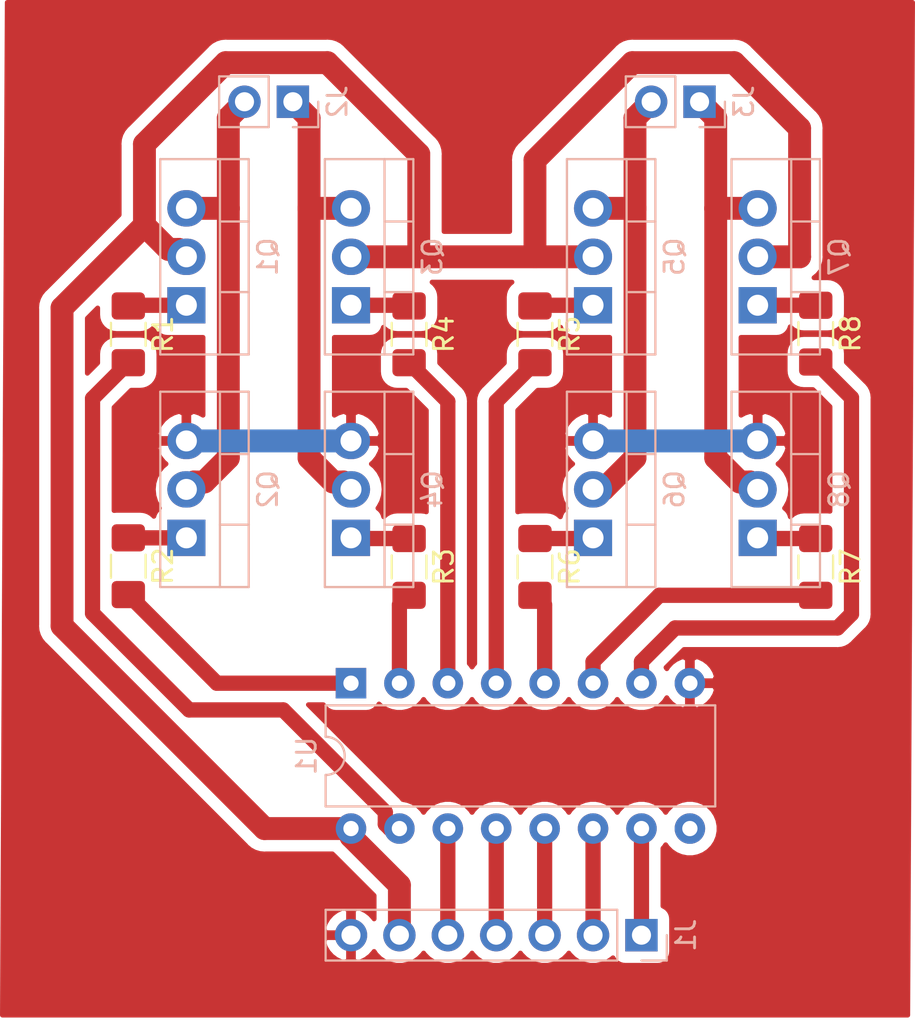
<source format=kicad_pcb>
(kicad_pcb (version 20171130) (host pcbnew "(5.1.6)-1")

  (general
    (thickness 1.6)
    (drawings 0)
    (tracks 104)
    (zones 0)
    (modules 20)
    (nets 28)
  )

  (page A4)
  (layers
    (0 F.Cu signal)
    (31 B.Cu signal)
    (32 B.Adhes user hide)
    (33 F.Adhes user hide)
    (34 B.Paste user hide)
    (35 F.Paste user hide)
    (36 B.SilkS user)
    (37 F.SilkS user)
    (38 B.Mask user hide)
    (39 F.Mask user hide)
    (40 Dwgs.User user hide)
    (41 Cmts.User user hide)
    (42 Eco1.User user hide)
    (43 Eco2.User user hide)
    (44 Edge.Cuts user hide)
    (45 Margin user hide)
    (46 B.CrtYd user hide)
    (47 F.CrtYd user hide)
    (48 B.Fab user)
    (49 F.Fab user)
  )

  (setup
    (last_trace_width 0.8)
    (trace_clearance 0.6)
    (zone_clearance 0.508)
    (zone_45_only no)
    (trace_min 0.2)
    (via_size 0.8)
    (via_drill 0.4)
    (via_min_size 0.4)
    (via_min_drill 0.3)
    (uvia_size 0.3)
    (uvia_drill 0.1)
    (uvias_allowed no)
    (uvia_min_size 0.2)
    (uvia_min_drill 0.1)
    (edge_width 0.05)
    (segment_width 0.2)
    (pcb_text_width 0.3)
    (pcb_text_size 1.5 1.5)
    (mod_edge_width 0.12)
    (mod_text_size 1 1)
    (mod_text_width 0.15)
    (pad_size 1.524 1.524)
    (pad_drill 0.762)
    (pad_to_mask_clearance 0.05)
    (aux_axis_origin 0 0)
    (visible_elements 7FFFFFFF)
    (pcbplotparams
      (layerselection 0x00000_7fffffff)
      (usegerberextensions false)
      (usegerberattributes true)
      (usegerberadvancedattributes true)
      (creategerberjobfile true)
      (excludeedgelayer true)
      (linewidth 0.100000)
      (plotframeref false)
      (viasonmask false)
      (mode 1)
      (useauxorigin false)
      (hpglpennumber 1)
      (hpglpenspeed 20)
      (hpglpendiameter 15.000000)
      (psnegative false)
      (psa4output false)
      (plotreference false)
      (plotvalue false)
      (plotinvisibletext false)
      (padsonsilk false)
      (subtractmaskfromsilk false)
      (outputformat 5)
      (mirror false)
      (drillshape 0)
      (scaleselection 1)
      (outputdirectory ""))
  )

  (net 0 "")
  (net 1 GND)
  (net 2 VCC)
  (net 3 "Net-(J1-Pad5)")
  (net 4 "Net-(J1-Pad4)")
  (net 5 "Net-(J1-Pad3)")
  (net 6 "Net-(J1-Pad2)")
  (net 7 "Net-(J1-Pad1)")
  (net 8 "Net-(Q1-Pad1)")
  (net 9 "Net-(Q2-Pad1)")
  (net 10 "Net-(Q3-Pad1)")
  (net 11 "Net-(Q4-Pad1)")
  (net 12 "Net-(Q5-Pad1)")
  (net 13 "Net-(Q6-Pad1)")
  (net 14 "Net-(Q7-Pad1)")
  (net 15 "Net-(Q8-Pad1)")
  (net 16 "Net-(R1-Pad2)")
  (net 17 "Net-(R2-Pad2)")
  (net 18 "Net-(R3-Pad2)")
  (net 19 "Net-(R4-Pad2)")
  (net 20 "Net-(R5-Pad2)")
  (net 21 "Net-(R6-Pad2)")
  (net 22 "Net-(R7-Pad2)")
  (net 23 "Net-(R8-Pad2)")
  (net 24 "Net-(J2-Pad2)")
  (net 25 "Net-(J2-Pad1)")
  (net 26 "Net-(J3-Pad2)")
  (net 27 "Net-(J3-Pad1)")

  (net_class Default "This is the default net class."
    (clearance 0.6)
    (trace_width 0.8)
    (via_dia 0.8)
    (via_drill 0.4)
    (uvia_dia 0.3)
    (uvia_drill 0.1)
    (add_net "Net-(J1-Pad1)")
    (add_net "Net-(J1-Pad2)")
    (add_net "Net-(J1-Pad3)")
    (add_net "Net-(J1-Pad4)")
    (add_net "Net-(J1-Pad5)")
    (add_net "Net-(Q1-Pad1)")
    (add_net "Net-(Q2-Pad1)")
    (add_net "Net-(Q3-Pad1)")
    (add_net "Net-(Q4-Pad1)")
    (add_net "Net-(Q5-Pad1)")
    (add_net "Net-(Q6-Pad1)")
    (add_net "Net-(Q7-Pad1)")
    (add_net "Net-(Q8-Pad1)")
    (add_net "Net-(R1-Pad2)")
    (add_net "Net-(R2-Pad2)")
    (add_net "Net-(R3-Pad2)")
    (add_net "Net-(R4-Pad2)")
    (add_net "Net-(R5-Pad2)")
    (add_net "Net-(R6-Pad2)")
    (add_net "Net-(R7-Pad2)")
    (add_net "Net-(R8-Pad2)")
  )

  (net_class power ""
    (clearance 0.6)
    (trace_width 1.2)
    (via_dia 0.8)
    (via_drill 0.4)
    (uvia_dia 0.3)
    (uvia_drill 0.1)
    (add_net GND)
    (add_net "Net-(J2-Pad1)")
    (add_net "Net-(J2-Pad2)")
    (add_net "Net-(J3-Pad1)")
    (add_net "Net-(J3-Pad2)")
    (add_net VCC)
  )

  (module Package_TO_SOT_THT:TO-220-3_Vertical (layer B.Cu) (tedit 5AC8BA0D) (tstamp 5F81FDED)
    (at 27.432 43.688 90)
    (descr "TO-220-3, Vertical, RM 2.54mm, see https://www.vishay.com/docs/66542/to-220-1.pdf")
    (tags "TO-220-3 Vertical RM 2.54mm")
    (path /5F8442EA)
    (fp_text reference Q2 (at 2.54 4.27 90) (layer B.SilkS)
      (effects (font (size 1 1) (thickness 0.15)) (justify mirror))
    )
    (fp_text value TIP122 (at 2.54 -2.5 90) (layer B.Fab)
      (effects (font (size 1 1) (thickness 0.15)) (justify mirror))
    )
    (fp_line (start -2.46 3.15) (end -2.46 -1.25) (layer B.Fab) (width 0.1))
    (fp_line (start -2.46 -1.25) (end 7.54 -1.25) (layer B.Fab) (width 0.1))
    (fp_line (start 7.54 -1.25) (end 7.54 3.15) (layer B.Fab) (width 0.1))
    (fp_line (start 7.54 3.15) (end -2.46 3.15) (layer B.Fab) (width 0.1))
    (fp_line (start -2.46 1.88) (end 7.54 1.88) (layer B.Fab) (width 0.1))
    (fp_line (start 0.69 3.15) (end 0.69 1.88) (layer B.Fab) (width 0.1))
    (fp_line (start 4.39 3.15) (end 4.39 1.88) (layer B.Fab) (width 0.1))
    (fp_line (start -2.58 3.27) (end 7.66 3.27) (layer B.SilkS) (width 0.12))
    (fp_line (start -2.58 -1.371) (end 7.66 -1.371) (layer B.SilkS) (width 0.12))
    (fp_line (start -2.58 3.27) (end -2.58 -1.371) (layer B.SilkS) (width 0.12))
    (fp_line (start 7.66 3.27) (end 7.66 -1.371) (layer B.SilkS) (width 0.12))
    (fp_line (start -2.58 1.76) (end 7.66 1.76) (layer B.SilkS) (width 0.12))
    (fp_line (start 0.69 3.27) (end 0.69 1.76) (layer B.SilkS) (width 0.12))
    (fp_line (start 4.391 3.27) (end 4.391 1.76) (layer B.SilkS) (width 0.12))
    (fp_line (start -2.71 3.4) (end -2.71 -1.51) (layer B.CrtYd) (width 0.05))
    (fp_line (start -2.71 -1.51) (end 7.79 -1.51) (layer B.CrtYd) (width 0.05))
    (fp_line (start 7.79 -1.51) (end 7.79 3.4) (layer B.CrtYd) (width 0.05))
    (fp_line (start 7.79 3.4) (end -2.71 3.4) (layer B.CrtYd) (width 0.05))
    (fp_text user %R (at 2.54 4.27 90) (layer B.Fab)
      (effects (font (size 1 1) (thickness 0.15)) (justify mirror))
    )
    (pad 3 thru_hole oval (at 5.08 0 90) (size 1.905 2) (drill 1.1) (layers *.Cu *.Mask)
      (net 1 GND))
    (pad 2 thru_hole oval (at 2.54 0 90) (size 1.905 2) (drill 1.1) (layers *.Cu *.Mask)
      (net 24 "Net-(J2-Pad2)"))
    (pad 1 thru_hole rect (at 0 0 90) (size 1.905 2) (drill 1.1) (layers *.Cu *.Mask)
      (net 9 "Net-(Q2-Pad1)"))
    (model ${KISYS3DMOD}/Package_TO_SOT_THT.3dshapes/TO-220-3_Vertical.wrl
      (at (xyz 0 0 0))
      (scale (xyz 1 1 1))
      (rotate (xyz 0 0 0))
    )
  )

  (module Connector_PinHeader_2.54mm:PinHeader_1x02_P2.54mm_Vertical (layer B.Cu) (tedit 59FED5CC) (tstamp 5F823165)
    (at 54.356 20.828 90)
    (descr "Through hole straight pin header, 1x02, 2.54mm pitch, single row")
    (tags "Through hole pin header THT 1x02 2.54mm single row")
    (path /5F8D0258)
    (fp_text reference J3 (at 0 2.33 -90) (layer B.SilkS)
      (effects (font (size 1 1) (thickness 0.15)) (justify mirror))
    )
    (fp_text value Conn_01x02 (at 0 -4.87 -90) (layer B.Fab)
      (effects (font (size 1 1) (thickness 0.15)) (justify mirror))
    )
    (fp_line (start 1.8 1.8) (end -1.8 1.8) (layer B.CrtYd) (width 0.05))
    (fp_line (start 1.8 -4.35) (end 1.8 1.8) (layer B.CrtYd) (width 0.05))
    (fp_line (start -1.8 -4.35) (end 1.8 -4.35) (layer B.CrtYd) (width 0.05))
    (fp_line (start -1.8 1.8) (end -1.8 -4.35) (layer B.CrtYd) (width 0.05))
    (fp_line (start -1.33 1.33) (end 0 1.33) (layer B.SilkS) (width 0.12))
    (fp_line (start -1.33 0) (end -1.33 1.33) (layer B.SilkS) (width 0.12))
    (fp_line (start -1.33 -1.27) (end 1.33 -1.27) (layer B.SilkS) (width 0.12))
    (fp_line (start 1.33 -1.27) (end 1.33 -3.87) (layer B.SilkS) (width 0.12))
    (fp_line (start -1.33 -1.27) (end -1.33 -3.87) (layer B.SilkS) (width 0.12))
    (fp_line (start -1.33 -3.87) (end 1.33 -3.87) (layer B.SilkS) (width 0.12))
    (fp_line (start -1.27 0.635) (end -0.635 1.27) (layer B.Fab) (width 0.1))
    (fp_line (start -1.27 -3.81) (end -1.27 0.635) (layer B.Fab) (width 0.1))
    (fp_line (start 1.27 -3.81) (end -1.27 -3.81) (layer B.Fab) (width 0.1))
    (fp_line (start 1.27 1.27) (end 1.27 -3.81) (layer B.Fab) (width 0.1))
    (fp_line (start -0.635 1.27) (end 1.27 1.27) (layer B.Fab) (width 0.1))
    (fp_text user %R (at 0 -1.27) (layer B.Fab)
      (effects (font (size 1 1) (thickness 0.15)) (justify mirror))
    )
    (pad 2 thru_hole oval (at 0 -2.54 90) (size 1.7 1.7) (drill 1) (layers *.Cu *.Mask)
      (net 26 "Net-(J3-Pad2)"))
    (pad 1 thru_hole rect (at 0 0 90) (size 1.7 1.7) (drill 1) (layers *.Cu *.Mask)
      (net 27 "Net-(J3-Pad1)"))
    (model ${KISYS3DMOD}/Connector_PinHeader_2.54mm.3dshapes/PinHeader_1x02_P2.54mm_Vertical.wrl
      (at (xyz 0 0 0))
      (scale (xyz 1 1 1))
      (rotate (xyz 0 0 0))
    )
  )

  (module Connector_PinHeader_2.54mm:PinHeader_1x02_P2.54mm_Vertical (layer B.Cu) (tedit 59FED5CC) (tstamp 5F823738)
    (at 33.02 20.828 90)
    (descr "Through hole straight pin header, 1x02, 2.54mm pitch, single row")
    (tags "Through hole pin header THT 1x02 2.54mm single row")
    (path /5F8CB5B1)
    (fp_text reference J2 (at 0 2.33 -90) (layer B.SilkS)
      (effects (font (size 1 1) (thickness 0.15)) (justify mirror))
    )
    (fp_text value Conn_01x02 (at 0 -4.87 -90) (layer B.Fab)
      (effects (font (size 1 1) (thickness 0.15)) (justify mirror))
    )
    (fp_line (start 1.8 1.8) (end -1.8 1.8) (layer B.CrtYd) (width 0.05))
    (fp_line (start 1.8 -4.35) (end 1.8 1.8) (layer B.CrtYd) (width 0.05))
    (fp_line (start -1.8 -4.35) (end 1.8 -4.35) (layer B.CrtYd) (width 0.05))
    (fp_line (start -1.8 1.8) (end -1.8 -4.35) (layer B.CrtYd) (width 0.05))
    (fp_line (start -1.33 1.33) (end 0 1.33) (layer B.SilkS) (width 0.12))
    (fp_line (start -1.33 0) (end -1.33 1.33) (layer B.SilkS) (width 0.12))
    (fp_line (start -1.33 -1.27) (end 1.33 -1.27) (layer B.SilkS) (width 0.12))
    (fp_line (start 1.33 -1.27) (end 1.33 -3.87) (layer B.SilkS) (width 0.12))
    (fp_line (start -1.33 -1.27) (end -1.33 -3.87) (layer B.SilkS) (width 0.12))
    (fp_line (start -1.33 -3.87) (end 1.33 -3.87) (layer B.SilkS) (width 0.12))
    (fp_line (start -1.27 0.635) (end -0.635 1.27) (layer B.Fab) (width 0.1))
    (fp_line (start -1.27 -3.81) (end -1.27 0.635) (layer B.Fab) (width 0.1))
    (fp_line (start 1.27 -3.81) (end -1.27 -3.81) (layer B.Fab) (width 0.1))
    (fp_line (start 1.27 1.27) (end 1.27 -3.81) (layer B.Fab) (width 0.1))
    (fp_line (start -0.635 1.27) (end 1.27 1.27) (layer B.Fab) (width 0.1))
    (fp_text user %R (at 0 -1.27) (layer B.Fab)
      (effects (font (size 1 1) (thickness 0.15)) (justify mirror))
    )
    (pad 2 thru_hole oval (at 0 -2.54 90) (size 1.7 1.7) (drill 1) (layers *.Cu *.Mask)
      (net 24 "Net-(J2-Pad2)"))
    (pad 1 thru_hole rect (at 0 0 90) (size 1.7 1.7) (drill 1) (layers *.Cu *.Mask)
      (net 25 "Net-(J2-Pad1)"))
    (model ${KISYS3DMOD}/Connector_PinHeader_2.54mm.3dshapes/PinHeader_1x02_P2.54mm_Vertical.wrl
      (at (xyz 0 0 0))
      (scale (xyz 1 1 1))
      (rotate (xyz 0 0 0))
    )
  )

  (module Connector_PinHeader_2.54mm:PinHeader_1x07_P2.54mm_Vertical (layer B.Cu) (tedit 59FED5CC) (tstamp 5F823139)
    (at 51.308 64.516 90)
    (descr "Through hole straight pin header, 1x07, 2.54mm pitch, single row")
    (tags "Through hole pin header THT 1x07 2.54mm single row")
    (path /5F8708A7)
    (fp_text reference J1 (at 0 2.33 -90) (layer B.SilkS)
      (effects (font (size 1 1) (thickness 0.15)) (justify mirror))
    )
    (fp_text value Conn_01x07 (at 0 -17.57 -90) (layer B.Fab)
      (effects (font (size 1 1) (thickness 0.15)) (justify mirror))
    )
    (fp_line (start 1.8 1.8) (end -1.8 1.8) (layer B.CrtYd) (width 0.05))
    (fp_line (start 1.8 -17.05) (end 1.8 1.8) (layer B.CrtYd) (width 0.05))
    (fp_line (start -1.8 -17.05) (end 1.8 -17.05) (layer B.CrtYd) (width 0.05))
    (fp_line (start -1.8 1.8) (end -1.8 -17.05) (layer B.CrtYd) (width 0.05))
    (fp_line (start -1.33 1.33) (end 0 1.33) (layer B.SilkS) (width 0.12))
    (fp_line (start -1.33 0) (end -1.33 1.33) (layer B.SilkS) (width 0.12))
    (fp_line (start -1.33 -1.27) (end 1.33 -1.27) (layer B.SilkS) (width 0.12))
    (fp_line (start 1.33 -1.27) (end 1.33 -16.57) (layer B.SilkS) (width 0.12))
    (fp_line (start -1.33 -1.27) (end -1.33 -16.57) (layer B.SilkS) (width 0.12))
    (fp_line (start -1.33 -16.57) (end 1.33 -16.57) (layer B.SilkS) (width 0.12))
    (fp_line (start -1.27 0.635) (end -0.635 1.27) (layer B.Fab) (width 0.1))
    (fp_line (start -1.27 -16.51) (end -1.27 0.635) (layer B.Fab) (width 0.1))
    (fp_line (start 1.27 -16.51) (end -1.27 -16.51) (layer B.Fab) (width 0.1))
    (fp_line (start 1.27 1.27) (end 1.27 -16.51) (layer B.Fab) (width 0.1))
    (fp_line (start -0.635 1.27) (end 1.27 1.27) (layer B.Fab) (width 0.1))
    (fp_text user %R (at 0 -7.62) (layer B.Fab)
      (effects (font (size 1 1) (thickness 0.15)) (justify mirror))
    )
    (pad 7 thru_hole oval (at 0 -15.24 90) (size 1.7 1.7) (drill 1) (layers *.Cu *.Mask)
      (net 1 GND))
    (pad 6 thru_hole oval (at 0 -12.7 90) (size 1.7 1.7) (drill 1) (layers *.Cu *.Mask)
      (net 2 VCC))
    (pad 5 thru_hole oval (at 0 -10.16 90) (size 1.7 1.7) (drill 1) (layers *.Cu *.Mask)
      (net 3 "Net-(J1-Pad5)"))
    (pad 4 thru_hole oval (at 0 -7.62 90) (size 1.7 1.7) (drill 1) (layers *.Cu *.Mask)
      (net 4 "Net-(J1-Pad4)"))
    (pad 3 thru_hole oval (at 0 -5.08 90) (size 1.7 1.7) (drill 1) (layers *.Cu *.Mask)
      (net 5 "Net-(J1-Pad3)"))
    (pad 2 thru_hole oval (at 0 -2.54 90) (size 1.7 1.7) (drill 1) (layers *.Cu *.Mask)
      (net 6 "Net-(J1-Pad2)"))
    (pad 1 thru_hole rect (at 0 0 90) (size 1.7 1.7) (drill 1) (layers *.Cu *.Mask)
      (net 7 "Net-(J1-Pad1)"))
    (model ${KISYS3DMOD}/Connector_PinHeader_2.54mm.3dshapes/PinHeader_1x07_P2.54mm_Vertical.wrl
      (at (xyz 0 0 0))
      (scale (xyz 1 1 1))
      (rotate (xyz 0 0 0))
    )
  )

  (module Package_DIP:DIP-16_W7.62mm (layer B.Cu) (tedit 5A02E8C5) (tstamp 5F81FF35)
    (at 36.068 51.308 270)
    (descr "16-lead though-hole mounted DIP package, row spacing 7.62 mm (300 mils)")
    (tags "THT DIP DIL PDIP 2.54mm 7.62mm 300mil")
    (path /5F8342A7)
    (fp_text reference U1 (at 3.81 2.33 270) (layer B.SilkS)
      (effects (font (size 1 1) (thickness 0.15)) (justify mirror))
    )
    (fp_text value 74HC595 (at 3.81 -20.11 270) (layer B.Fab)
      (effects (font (size 1 1) (thickness 0.15)) (justify mirror))
    )
    (fp_line (start 1.635 1.27) (end 6.985 1.27) (layer B.Fab) (width 0.1))
    (fp_line (start 6.985 1.27) (end 6.985 -19.05) (layer B.Fab) (width 0.1))
    (fp_line (start 6.985 -19.05) (end 0.635 -19.05) (layer B.Fab) (width 0.1))
    (fp_line (start 0.635 -19.05) (end 0.635 0.27) (layer B.Fab) (width 0.1))
    (fp_line (start 0.635 0.27) (end 1.635 1.27) (layer B.Fab) (width 0.1))
    (fp_line (start 2.81 1.33) (end 1.16 1.33) (layer B.SilkS) (width 0.12))
    (fp_line (start 1.16 1.33) (end 1.16 -19.11) (layer B.SilkS) (width 0.12))
    (fp_line (start 1.16 -19.11) (end 6.46 -19.11) (layer B.SilkS) (width 0.12))
    (fp_line (start 6.46 -19.11) (end 6.46 1.33) (layer B.SilkS) (width 0.12))
    (fp_line (start 6.46 1.33) (end 4.81 1.33) (layer B.SilkS) (width 0.12))
    (fp_line (start -1.1 1.55) (end -1.1 -19.3) (layer B.CrtYd) (width 0.05))
    (fp_line (start -1.1 -19.3) (end 8.7 -19.3) (layer B.CrtYd) (width 0.05))
    (fp_line (start 8.7 -19.3) (end 8.7 1.55) (layer B.CrtYd) (width 0.05))
    (fp_line (start 8.7 1.55) (end -1.1 1.55) (layer B.CrtYd) (width 0.05))
    (fp_text user %R (at 3.81 -8.89 270) (layer B.Fab)
      (effects (font (size 1 1) (thickness 0.15)) (justify mirror))
    )
    (fp_arc (start 3.81 1.33) (end 2.81 1.33) (angle 180) (layer B.SilkS) (width 0.12))
    (pad 16 thru_hole oval (at 7.62 0 270) (size 1.6 1.6) (drill 0.8) (layers *.Cu *.Mask)
      (net 2 VCC))
    (pad 8 thru_hole oval (at 0 -17.78 270) (size 1.6 1.6) (drill 0.8) (layers *.Cu *.Mask)
      (net 1 GND))
    (pad 15 thru_hole oval (at 7.62 -2.54 270) (size 1.6 1.6) (drill 0.8) (layers *.Cu *.Mask)
      (net 16 "Net-(R1-Pad2)"))
    (pad 7 thru_hole oval (at 0 -15.24 270) (size 1.6 1.6) (drill 0.8) (layers *.Cu *.Mask)
      (net 23 "Net-(R8-Pad2)"))
    (pad 14 thru_hole oval (at 7.62 -5.08 270) (size 1.6 1.6) (drill 0.8) (layers *.Cu *.Mask)
      (net 3 "Net-(J1-Pad5)"))
    (pad 6 thru_hole oval (at 0 -12.7 270) (size 1.6 1.6) (drill 0.8) (layers *.Cu *.Mask)
      (net 22 "Net-(R7-Pad2)"))
    (pad 13 thru_hole oval (at 7.62 -7.62 270) (size 1.6 1.6) (drill 0.8) (layers *.Cu *.Mask)
      (net 4 "Net-(J1-Pad4)"))
    (pad 5 thru_hole oval (at 0 -10.16 270) (size 1.6 1.6) (drill 0.8) (layers *.Cu *.Mask)
      (net 21 "Net-(R6-Pad2)"))
    (pad 12 thru_hole oval (at 7.62 -10.16 270) (size 1.6 1.6) (drill 0.8) (layers *.Cu *.Mask)
      (net 5 "Net-(J1-Pad3)"))
    (pad 4 thru_hole oval (at 0 -7.62 270) (size 1.6 1.6) (drill 0.8) (layers *.Cu *.Mask)
      (net 20 "Net-(R5-Pad2)"))
    (pad 11 thru_hole oval (at 7.62 -12.7 270) (size 1.6 1.6) (drill 0.8) (layers *.Cu *.Mask)
      (net 6 "Net-(J1-Pad2)"))
    (pad 3 thru_hole oval (at 0 -5.08 270) (size 1.6 1.6) (drill 0.8) (layers *.Cu *.Mask)
      (net 19 "Net-(R4-Pad2)"))
    (pad 10 thru_hole oval (at 7.62 -15.24 270) (size 1.6 1.6) (drill 0.8) (layers *.Cu *.Mask)
      (net 7 "Net-(J1-Pad1)"))
    (pad 2 thru_hole oval (at 0 -2.54 270) (size 1.6 1.6) (drill 0.8) (layers *.Cu *.Mask)
      (net 18 "Net-(R3-Pad2)"))
    (pad 9 thru_hole oval (at 7.62 -17.78 270) (size 1.6 1.6) (drill 0.8) (layers *.Cu *.Mask))
    (pad 1 thru_hole rect (at 0 0 270) (size 1.6 1.6) (drill 0.8) (layers *.Cu *.Mask)
      (net 17 "Net-(R2-Pad2)"))
    (model ${KISYS3DMOD}/Package_DIP.3dshapes/DIP-16_W7.62mm.wrl
      (at (xyz 0 0 0))
      (scale (xyz 1 1 1))
      (rotate (xyz 0 0 0))
    )
  )

  (module Resistor_SMD:R_1206_3216Metric_Pad1.42x1.75mm_HandSolder (layer F.Cu) (tedit 5B301BBD) (tstamp 5F81FF11)
    (at 60.452 32.9835 270)
    (descr "Resistor SMD 1206 (3216 Metric), square (rectangular) end terminal, IPC_7351 nominal with elongated pad for handsoldering. (Body size source: http://www.tortai-tech.com/upload/download/2011102023233369053.pdf), generated with kicad-footprint-generator")
    (tags "resistor handsolder")
    (path /5F8983B7)
    (attr smd)
    (fp_text reference R8 (at 0 -1.82 90) (layer F.SilkS)
      (effects (font (size 1 1) (thickness 0.15)))
    )
    (fp_text value R (at 0 1.82 90) (layer F.Fab)
      (effects (font (size 1 1) (thickness 0.15)))
    )
    (fp_line (start -1.6 0.8) (end -1.6 -0.8) (layer F.Fab) (width 0.1))
    (fp_line (start -1.6 -0.8) (end 1.6 -0.8) (layer F.Fab) (width 0.1))
    (fp_line (start 1.6 -0.8) (end 1.6 0.8) (layer F.Fab) (width 0.1))
    (fp_line (start 1.6 0.8) (end -1.6 0.8) (layer F.Fab) (width 0.1))
    (fp_line (start -0.602064 -0.91) (end 0.602064 -0.91) (layer F.SilkS) (width 0.12))
    (fp_line (start -0.602064 0.91) (end 0.602064 0.91) (layer F.SilkS) (width 0.12))
    (fp_line (start -2.45 1.12) (end -2.45 -1.12) (layer F.CrtYd) (width 0.05))
    (fp_line (start -2.45 -1.12) (end 2.45 -1.12) (layer F.CrtYd) (width 0.05))
    (fp_line (start 2.45 -1.12) (end 2.45 1.12) (layer F.CrtYd) (width 0.05))
    (fp_line (start 2.45 1.12) (end -2.45 1.12) (layer F.CrtYd) (width 0.05))
    (fp_text user %R (at 0 0 90) (layer F.Fab)
      (effects (font (size 0.8 0.8) (thickness 0.12)))
    )
    (pad 2 smd roundrect (at 1.4875 0 270) (size 1.425 1.75) (layers F.Cu F.Paste F.Mask) (roundrect_rratio 0.175439)
      (net 23 "Net-(R8-Pad2)"))
    (pad 1 smd roundrect (at -1.4875 0 270) (size 1.425 1.75) (layers F.Cu F.Paste F.Mask) (roundrect_rratio 0.175439)
      (net 14 "Net-(Q7-Pad1)"))
    (model ${KISYS3DMOD}/Resistor_SMD.3dshapes/R_1206_3216Metric.wrl
      (at (xyz 0 0 0))
      (scale (xyz 1 1 1))
      (rotate (xyz 0 0 0))
    )
  )

  (module Resistor_SMD:R_1206_3216Metric_Pad1.42x1.75mm_HandSolder (layer F.Cu) (tedit 5B301BBD) (tstamp 5F81FF00)
    (at 60.452 45.212 270)
    (descr "Resistor SMD 1206 (3216 Metric), square (rectangular) end terminal, IPC_7351 nominal with elongated pad for handsoldering. (Body size source: http://www.tortai-tech.com/upload/download/2011102023233369053.pdf), generated with kicad-footprint-generator")
    (tags "resistor handsolder")
    (path /5F898F9C)
    (attr smd)
    (fp_text reference R7 (at 0 -1.82 90) (layer F.SilkS)
      (effects (font (size 1 1) (thickness 0.15)))
    )
    (fp_text value R (at 0 1.82 90) (layer F.Fab)
      (effects (font (size 1 1) (thickness 0.15)))
    )
    (fp_line (start -1.6 0.8) (end -1.6 -0.8) (layer F.Fab) (width 0.1))
    (fp_line (start -1.6 -0.8) (end 1.6 -0.8) (layer F.Fab) (width 0.1))
    (fp_line (start 1.6 -0.8) (end 1.6 0.8) (layer F.Fab) (width 0.1))
    (fp_line (start 1.6 0.8) (end -1.6 0.8) (layer F.Fab) (width 0.1))
    (fp_line (start -0.602064 -0.91) (end 0.602064 -0.91) (layer F.SilkS) (width 0.12))
    (fp_line (start -0.602064 0.91) (end 0.602064 0.91) (layer F.SilkS) (width 0.12))
    (fp_line (start -2.45 1.12) (end -2.45 -1.12) (layer F.CrtYd) (width 0.05))
    (fp_line (start -2.45 -1.12) (end 2.45 -1.12) (layer F.CrtYd) (width 0.05))
    (fp_line (start 2.45 -1.12) (end 2.45 1.12) (layer F.CrtYd) (width 0.05))
    (fp_line (start 2.45 1.12) (end -2.45 1.12) (layer F.CrtYd) (width 0.05))
    (fp_text user %R (at 0 0 90) (layer F.Fab)
      (effects (font (size 0.8 0.8) (thickness 0.12)))
    )
    (pad 2 smd roundrect (at 1.4875 0 270) (size 1.425 1.75) (layers F.Cu F.Paste F.Mask) (roundrect_rratio 0.175439)
      (net 22 "Net-(R7-Pad2)"))
    (pad 1 smd roundrect (at -1.4875 0 270) (size 1.425 1.75) (layers F.Cu F.Paste F.Mask) (roundrect_rratio 0.175439)
      (net 15 "Net-(Q8-Pad1)"))
    (model ${KISYS3DMOD}/Resistor_SMD.3dshapes/R_1206_3216Metric.wrl
      (at (xyz 0 0 0))
      (scale (xyz 1 1 1))
      (rotate (xyz 0 0 0))
    )
  )

  (module Resistor_SMD:R_1206_3216Metric_Pad1.42x1.75mm_HandSolder (layer F.Cu) (tedit 5B301BBD) (tstamp 5F81FEEF)
    (at 45.72 45.212 270)
    (descr "Resistor SMD 1206 (3216 Metric), square (rectangular) end terminal, IPC_7351 nominal with elongated pad for handsoldering. (Body size source: http://www.tortai-tech.com/upload/download/2011102023233369053.pdf), generated with kicad-footprint-generator")
    (tags "resistor handsolder")
    (path /5F89A439)
    (attr smd)
    (fp_text reference R6 (at 0 -1.82 90) (layer F.SilkS)
      (effects (font (size 1 1) (thickness 0.15)))
    )
    (fp_text value R (at 0 1.82 90) (layer F.Fab)
      (effects (font (size 1 1) (thickness 0.15)))
    )
    (fp_line (start -1.6 0.8) (end -1.6 -0.8) (layer F.Fab) (width 0.1))
    (fp_line (start -1.6 -0.8) (end 1.6 -0.8) (layer F.Fab) (width 0.1))
    (fp_line (start 1.6 -0.8) (end 1.6 0.8) (layer F.Fab) (width 0.1))
    (fp_line (start 1.6 0.8) (end -1.6 0.8) (layer F.Fab) (width 0.1))
    (fp_line (start -0.602064 -0.91) (end 0.602064 -0.91) (layer F.SilkS) (width 0.12))
    (fp_line (start -0.602064 0.91) (end 0.602064 0.91) (layer F.SilkS) (width 0.12))
    (fp_line (start -2.45 1.12) (end -2.45 -1.12) (layer F.CrtYd) (width 0.05))
    (fp_line (start -2.45 -1.12) (end 2.45 -1.12) (layer F.CrtYd) (width 0.05))
    (fp_line (start 2.45 -1.12) (end 2.45 1.12) (layer F.CrtYd) (width 0.05))
    (fp_line (start 2.45 1.12) (end -2.45 1.12) (layer F.CrtYd) (width 0.05))
    (fp_text user %R (at 0 0 90) (layer F.Fab)
      (effects (font (size 0.8 0.8) (thickness 0.12)))
    )
    (pad 2 smd roundrect (at 1.4875 0 270) (size 1.425 1.75) (layers F.Cu F.Paste F.Mask) (roundrect_rratio 0.175439)
      (net 21 "Net-(R6-Pad2)"))
    (pad 1 smd roundrect (at -1.4875 0 270) (size 1.425 1.75) (layers F.Cu F.Paste F.Mask) (roundrect_rratio 0.175439)
      (net 13 "Net-(Q6-Pad1)"))
    (model ${KISYS3DMOD}/Resistor_SMD.3dshapes/R_1206_3216Metric.wrl
      (at (xyz 0 0 0))
      (scale (xyz 1 1 1))
      (rotate (xyz 0 0 0))
    )
  )

  (module Resistor_SMD:R_1206_3216Metric_Pad1.42x1.75mm_HandSolder (layer F.Cu) (tedit 5B301BBD) (tstamp 5F81FEDE)
    (at 45.72 33.02 270)
    (descr "Resistor SMD 1206 (3216 Metric), square (rectangular) end terminal, IPC_7351 nominal with elongated pad for handsoldering. (Body size source: http://www.tortai-tech.com/upload/download/2011102023233369053.pdf), generated with kicad-footprint-generator")
    (tags "resistor handsolder")
    (path /5F89A43F)
    (attr smd)
    (fp_text reference R5 (at 0 -1.82 90) (layer F.SilkS)
      (effects (font (size 1 1) (thickness 0.15)))
    )
    (fp_text value R (at 0 1.82 90) (layer F.Fab)
      (effects (font (size 1 1) (thickness 0.15)))
    )
    (fp_line (start -1.6 0.8) (end -1.6 -0.8) (layer F.Fab) (width 0.1))
    (fp_line (start -1.6 -0.8) (end 1.6 -0.8) (layer F.Fab) (width 0.1))
    (fp_line (start 1.6 -0.8) (end 1.6 0.8) (layer F.Fab) (width 0.1))
    (fp_line (start 1.6 0.8) (end -1.6 0.8) (layer F.Fab) (width 0.1))
    (fp_line (start -0.602064 -0.91) (end 0.602064 -0.91) (layer F.SilkS) (width 0.12))
    (fp_line (start -0.602064 0.91) (end 0.602064 0.91) (layer F.SilkS) (width 0.12))
    (fp_line (start -2.45 1.12) (end -2.45 -1.12) (layer F.CrtYd) (width 0.05))
    (fp_line (start -2.45 -1.12) (end 2.45 -1.12) (layer F.CrtYd) (width 0.05))
    (fp_line (start 2.45 -1.12) (end 2.45 1.12) (layer F.CrtYd) (width 0.05))
    (fp_line (start 2.45 1.12) (end -2.45 1.12) (layer F.CrtYd) (width 0.05))
    (fp_text user %R (at 0 0 90) (layer F.Fab)
      (effects (font (size 0.8 0.8) (thickness 0.12)))
    )
    (pad 2 smd roundrect (at 1.4875 0 270) (size 1.425 1.75) (layers F.Cu F.Paste F.Mask) (roundrect_rratio 0.175439)
      (net 20 "Net-(R5-Pad2)"))
    (pad 1 smd roundrect (at -1.4875 0 270) (size 1.425 1.75) (layers F.Cu F.Paste F.Mask) (roundrect_rratio 0.175439)
      (net 12 "Net-(Q5-Pad1)"))
    (model ${KISYS3DMOD}/Resistor_SMD.3dshapes/R_1206_3216Metric.wrl
      (at (xyz 0 0 0))
      (scale (xyz 1 1 1))
      (rotate (xyz 0 0 0))
    )
  )

  (module Resistor_SMD:R_1206_3216Metric_Pad1.42x1.75mm_HandSolder (layer F.Cu) (tedit 5B301BBD) (tstamp 5F81FECD)
    (at 39.116 33.02 270)
    (descr "Resistor SMD 1206 (3216 Metric), square (rectangular) end terminal, IPC_7351 nominal with elongated pad for handsoldering. (Body size source: http://www.tortai-tech.com/upload/download/2011102023233369053.pdf), generated with kicad-footprint-generator")
    (tags "resistor handsolder")
    (path /5F89BDAC)
    (attr smd)
    (fp_text reference R4 (at 0 -1.82 90) (layer F.SilkS)
      (effects (font (size 1 1) (thickness 0.15)))
    )
    (fp_text value R (at 0 1.82 90) (layer F.Fab)
      (effects (font (size 1 1) (thickness 0.15)))
    )
    (fp_line (start -1.6 0.8) (end -1.6 -0.8) (layer F.Fab) (width 0.1))
    (fp_line (start -1.6 -0.8) (end 1.6 -0.8) (layer F.Fab) (width 0.1))
    (fp_line (start 1.6 -0.8) (end 1.6 0.8) (layer F.Fab) (width 0.1))
    (fp_line (start 1.6 0.8) (end -1.6 0.8) (layer F.Fab) (width 0.1))
    (fp_line (start -0.602064 -0.91) (end 0.602064 -0.91) (layer F.SilkS) (width 0.12))
    (fp_line (start -0.602064 0.91) (end 0.602064 0.91) (layer F.SilkS) (width 0.12))
    (fp_line (start -2.45 1.12) (end -2.45 -1.12) (layer F.CrtYd) (width 0.05))
    (fp_line (start -2.45 -1.12) (end 2.45 -1.12) (layer F.CrtYd) (width 0.05))
    (fp_line (start 2.45 -1.12) (end 2.45 1.12) (layer F.CrtYd) (width 0.05))
    (fp_line (start 2.45 1.12) (end -2.45 1.12) (layer F.CrtYd) (width 0.05))
    (fp_text user %R (at 0 0 90) (layer F.Fab)
      (effects (font (size 0.8 0.8) (thickness 0.12)))
    )
    (pad 2 smd roundrect (at 1.4875 0 270) (size 1.425 1.75) (layers F.Cu F.Paste F.Mask) (roundrect_rratio 0.175439)
      (net 19 "Net-(R4-Pad2)"))
    (pad 1 smd roundrect (at -1.4875 0 270) (size 1.425 1.75) (layers F.Cu F.Paste F.Mask) (roundrect_rratio 0.175439)
      (net 10 "Net-(Q3-Pad1)"))
    (model ${KISYS3DMOD}/Resistor_SMD.3dshapes/R_1206_3216Metric.wrl
      (at (xyz 0 0 0))
      (scale (xyz 1 1 1))
      (rotate (xyz 0 0 0))
    )
  )

  (module Resistor_SMD:R_1206_3216Metric_Pad1.42x1.75mm_HandSolder (layer F.Cu) (tedit 5B301BBD) (tstamp 5F81FEBC)
    (at 39.116 45.212 270)
    (descr "Resistor SMD 1206 (3216 Metric), square (rectangular) end terminal, IPC_7351 nominal with elongated pad for handsoldering. (Body size source: http://www.tortai-tech.com/upload/download/2011102023233369053.pdf), generated with kicad-footprint-generator")
    (tags "resistor handsolder")
    (path /5F89BDB2)
    (attr smd)
    (fp_text reference R3 (at 0 -1.82 90) (layer F.SilkS)
      (effects (font (size 1 1) (thickness 0.15)))
    )
    (fp_text value R (at 0 1.82 90) (layer F.Fab)
      (effects (font (size 1 1) (thickness 0.15)))
    )
    (fp_line (start -1.6 0.8) (end -1.6 -0.8) (layer F.Fab) (width 0.1))
    (fp_line (start -1.6 -0.8) (end 1.6 -0.8) (layer F.Fab) (width 0.1))
    (fp_line (start 1.6 -0.8) (end 1.6 0.8) (layer F.Fab) (width 0.1))
    (fp_line (start 1.6 0.8) (end -1.6 0.8) (layer F.Fab) (width 0.1))
    (fp_line (start -0.602064 -0.91) (end 0.602064 -0.91) (layer F.SilkS) (width 0.12))
    (fp_line (start -0.602064 0.91) (end 0.602064 0.91) (layer F.SilkS) (width 0.12))
    (fp_line (start -2.45 1.12) (end -2.45 -1.12) (layer F.CrtYd) (width 0.05))
    (fp_line (start -2.45 -1.12) (end 2.45 -1.12) (layer F.CrtYd) (width 0.05))
    (fp_line (start 2.45 -1.12) (end 2.45 1.12) (layer F.CrtYd) (width 0.05))
    (fp_line (start 2.45 1.12) (end -2.45 1.12) (layer F.CrtYd) (width 0.05))
    (fp_text user %R (at 0 0 90) (layer F.Fab)
      (effects (font (size 0.8 0.8) (thickness 0.12)))
    )
    (pad 2 smd roundrect (at 1.4875 0 270) (size 1.425 1.75) (layers F.Cu F.Paste F.Mask) (roundrect_rratio 0.175439)
      (net 18 "Net-(R3-Pad2)"))
    (pad 1 smd roundrect (at -1.4875 0 270) (size 1.425 1.75) (layers F.Cu F.Paste F.Mask) (roundrect_rratio 0.175439)
      (net 11 "Net-(Q4-Pad1)"))
    (model ${KISYS3DMOD}/Resistor_SMD.3dshapes/R_1206_3216Metric.wrl
      (at (xyz 0 0 0))
      (scale (xyz 1 1 1))
      (rotate (xyz 0 0 0))
    )
  )

  (module Resistor_SMD:R_1206_3216Metric_Pad1.42x1.75mm_HandSolder (layer F.Cu) (tedit 5B301BBD) (tstamp 5F81FEAB)
    (at 24.384 45.1755 270)
    (descr "Resistor SMD 1206 (3216 Metric), square (rectangular) end terminal, IPC_7351 nominal with elongated pad for handsoldering. (Body size source: http://www.tortai-tech.com/upload/download/2011102023233369053.pdf), generated with kicad-footprint-generator")
    (tags "resistor handsolder")
    (path /5F89BDB8)
    (attr smd)
    (fp_text reference R2 (at 0 -1.82 90) (layer F.SilkS)
      (effects (font (size 1 1) (thickness 0.15)))
    )
    (fp_text value R (at 0 1.82 90) (layer F.Fab)
      (effects (font (size 1 1) (thickness 0.15)))
    )
    (fp_line (start -1.6 0.8) (end -1.6 -0.8) (layer F.Fab) (width 0.1))
    (fp_line (start -1.6 -0.8) (end 1.6 -0.8) (layer F.Fab) (width 0.1))
    (fp_line (start 1.6 -0.8) (end 1.6 0.8) (layer F.Fab) (width 0.1))
    (fp_line (start 1.6 0.8) (end -1.6 0.8) (layer F.Fab) (width 0.1))
    (fp_line (start -0.602064 -0.91) (end 0.602064 -0.91) (layer F.SilkS) (width 0.12))
    (fp_line (start -0.602064 0.91) (end 0.602064 0.91) (layer F.SilkS) (width 0.12))
    (fp_line (start -2.45 1.12) (end -2.45 -1.12) (layer F.CrtYd) (width 0.05))
    (fp_line (start -2.45 -1.12) (end 2.45 -1.12) (layer F.CrtYd) (width 0.05))
    (fp_line (start 2.45 -1.12) (end 2.45 1.12) (layer F.CrtYd) (width 0.05))
    (fp_line (start 2.45 1.12) (end -2.45 1.12) (layer F.CrtYd) (width 0.05))
    (fp_text user %R (at 0 0 90) (layer F.Fab)
      (effects (font (size 0.8 0.8) (thickness 0.12)))
    )
    (pad 2 smd roundrect (at 1.4875 0 270) (size 1.425 1.75) (layers F.Cu F.Paste F.Mask) (roundrect_rratio 0.175439)
      (net 17 "Net-(R2-Pad2)"))
    (pad 1 smd roundrect (at -1.4875 0 270) (size 1.425 1.75) (layers F.Cu F.Paste F.Mask) (roundrect_rratio 0.175439)
      (net 9 "Net-(Q2-Pad1)"))
    (model ${KISYS3DMOD}/Resistor_SMD.3dshapes/R_1206_3216Metric.wrl
      (at (xyz 0 0 0))
      (scale (xyz 1 1 1))
      (rotate (xyz 0 0 0))
    )
  )

  (module Resistor_SMD:R_1206_3216Metric_Pad1.42x1.75mm_HandSolder (layer F.Cu) (tedit 5B301BBD) (tstamp 5F81FE9A)
    (at 24.384 33.02 270)
    (descr "Resistor SMD 1206 (3216 Metric), square (rectangular) end terminal, IPC_7351 nominal with elongated pad for handsoldering. (Body size source: http://www.tortai-tech.com/upload/download/2011102023233369053.pdf), generated with kicad-footprint-generator")
    (tags "resistor handsolder")
    (path /5F89BDBE)
    (attr smd)
    (fp_text reference R1 (at 0 -1.82 90) (layer F.SilkS)
      (effects (font (size 1 1) (thickness 0.15)))
    )
    (fp_text value R (at 0 1.82 90) (layer F.Fab)
      (effects (font (size 1 1) (thickness 0.15)))
    )
    (fp_line (start -1.6 0.8) (end -1.6 -0.8) (layer F.Fab) (width 0.1))
    (fp_line (start -1.6 -0.8) (end 1.6 -0.8) (layer F.Fab) (width 0.1))
    (fp_line (start 1.6 -0.8) (end 1.6 0.8) (layer F.Fab) (width 0.1))
    (fp_line (start 1.6 0.8) (end -1.6 0.8) (layer F.Fab) (width 0.1))
    (fp_line (start -0.602064 -0.91) (end 0.602064 -0.91) (layer F.SilkS) (width 0.12))
    (fp_line (start -0.602064 0.91) (end 0.602064 0.91) (layer F.SilkS) (width 0.12))
    (fp_line (start -2.45 1.12) (end -2.45 -1.12) (layer F.CrtYd) (width 0.05))
    (fp_line (start -2.45 -1.12) (end 2.45 -1.12) (layer F.CrtYd) (width 0.05))
    (fp_line (start 2.45 -1.12) (end 2.45 1.12) (layer F.CrtYd) (width 0.05))
    (fp_line (start 2.45 1.12) (end -2.45 1.12) (layer F.CrtYd) (width 0.05))
    (fp_text user %R (at 0 0 90) (layer F.Fab)
      (effects (font (size 0.8 0.8) (thickness 0.12)))
    )
    (pad 2 smd roundrect (at 1.4875 0 270) (size 1.425 1.75) (layers F.Cu F.Paste F.Mask) (roundrect_rratio 0.175439)
      (net 16 "Net-(R1-Pad2)"))
    (pad 1 smd roundrect (at -1.4875 0 270) (size 1.425 1.75) (layers F.Cu F.Paste F.Mask) (roundrect_rratio 0.175439)
      (net 8 "Net-(Q1-Pad1)"))
    (model ${KISYS3DMOD}/Resistor_SMD.3dshapes/R_1206_3216Metric.wrl
      (at (xyz 0 0 0))
      (scale (xyz 1 1 1))
      (rotate (xyz 0 0 0))
    )
  )

  (module Package_TO_SOT_THT:TO-220-3_Vertical (layer B.Cu) (tedit 5AC8BA0D) (tstamp 5F81FE89)
    (at 57.404 43.688 90)
    (descr "TO-220-3, Vertical, RM 2.54mm, see https://www.vishay.com/docs/66542/to-220-1.pdf")
    (tags "TO-220-3 Vertical RM 2.54mm")
    (path /5F83314C)
    (fp_text reference Q8 (at 2.54 4.27 90) (layer B.SilkS)
      (effects (font (size 1 1) (thickness 0.15)) (justify mirror))
    )
    (fp_text value TIP122 (at 2.54 -2.5 90) (layer B.Fab)
      (effects (font (size 1 1) (thickness 0.15)) (justify mirror))
    )
    (fp_line (start -2.46 3.15) (end -2.46 -1.25) (layer B.Fab) (width 0.1))
    (fp_line (start -2.46 -1.25) (end 7.54 -1.25) (layer B.Fab) (width 0.1))
    (fp_line (start 7.54 -1.25) (end 7.54 3.15) (layer B.Fab) (width 0.1))
    (fp_line (start 7.54 3.15) (end -2.46 3.15) (layer B.Fab) (width 0.1))
    (fp_line (start -2.46 1.88) (end 7.54 1.88) (layer B.Fab) (width 0.1))
    (fp_line (start 0.69 3.15) (end 0.69 1.88) (layer B.Fab) (width 0.1))
    (fp_line (start 4.39 3.15) (end 4.39 1.88) (layer B.Fab) (width 0.1))
    (fp_line (start -2.58 3.27) (end 7.66 3.27) (layer B.SilkS) (width 0.12))
    (fp_line (start -2.58 -1.371) (end 7.66 -1.371) (layer B.SilkS) (width 0.12))
    (fp_line (start -2.58 3.27) (end -2.58 -1.371) (layer B.SilkS) (width 0.12))
    (fp_line (start 7.66 3.27) (end 7.66 -1.371) (layer B.SilkS) (width 0.12))
    (fp_line (start -2.58 1.76) (end 7.66 1.76) (layer B.SilkS) (width 0.12))
    (fp_line (start 0.69 3.27) (end 0.69 1.76) (layer B.SilkS) (width 0.12))
    (fp_line (start 4.391 3.27) (end 4.391 1.76) (layer B.SilkS) (width 0.12))
    (fp_line (start -2.71 3.4) (end -2.71 -1.51) (layer B.CrtYd) (width 0.05))
    (fp_line (start -2.71 -1.51) (end 7.79 -1.51) (layer B.CrtYd) (width 0.05))
    (fp_line (start 7.79 -1.51) (end 7.79 3.4) (layer B.CrtYd) (width 0.05))
    (fp_line (start 7.79 3.4) (end -2.71 3.4) (layer B.CrtYd) (width 0.05))
    (fp_text user %R (at 2.54 4.27 90) (layer B.Fab)
      (effects (font (size 1 1) (thickness 0.15)) (justify mirror))
    )
    (pad 3 thru_hole oval (at 5.08 0 90) (size 1.905 2) (drill 1.1) (layers *.Cu *.Mask)
      (net 1 GND))
    (pad 2 thru_hole oval (at 2.54 0 90) (size 1.905 2) (drill 1.1) (layers *.Cu *.Mask)
      (net 27 "Net-(J3-Pad1)"))
    (pad 1 thru_hole rect (at 0 0 90) (size 1.905 2) (drill 1.1) (layers *.Cu *.Mask)
      (net 15 "Net-(Q8-Pad1)"))
    (model ${KISYS3DMOD}/Package_TO_SOT_THT.3dshapes/TO-220-3_Vertical.wrl
      (at (xyz 0 0 0))
      (scale (xyz 1 1 1))
      (rotate (xyz 0 0 0))
    )
  )

  (module Package_TO_SOT_THT:TO-220-3_Vertical (layer B.Cu) (tedit 5AC8BA0D) (tstamp 5F81FE6F)
    (at 57.404 31.496 90)
    (descr "TO-220-3, Vertical, RM 2.54mm, see https://www.vishay.com/docs/66542/to-220-1.pdf")
    (tags "TO-220-3 Vertical RM 2.54mm")
    (path /5F833146)
    (fp_text reference Q7 (at 2.54 4.27 90) (layer B.SilkS)
      (effects (font (size 1 1) (thickness 0.15)) (justify mirror))
    )
    (fp_text value TIP122 (at 2.54 -2.5 90) (layer B.Fab)
      (effects (font (size 1 1) (thickness 0.15)) (justify mirror))
    )
    (fp_line (start -2.46 3.15) (end -2.46 -1.25) (layer B.Fab) (width 0.1))
    (fp_line (start -2.46 -1.25) (end 7.54 -1.25) (layer B.Fab) (width 0.1))
    (fp_line (start 7.54 -1.25) (end 7.54 3.15) (layer B.Fab) (width 0.1))
    (fp_line (start 7.54 3.15) (end -2.46 3.15) (layer B.Fab) (width 0.1))
    (fp_line (start -2.46 1.88) (end 7.54 1.88) (layer B.Fab) (width 0.1))
    (fp_line (start 0.69 3.15) (end 0.69 1.88) (layer B.Fab) (width 0.1))
    (fp_line (start 4.39 3.15) (end 4.39 1.88) (layer B.Fab) (width 0.1))
    (fp_line (start -2.58 3.27) (end 7.66 3.27) (layer B.SilkS) (width 0.12))
    (fp_line (start -2.58 -1.371) (end 7.66 -1.371) (layer B.SilkS) (width 0.12))
    (fp_line (start -2.58 3.27) (end -2.58 -1.371) (layer B.SilkS) (width 0.12))
    (fp_line (start 7.66 3.27) (end 7.66 -1.371) (layer B.SilkS) (width 0.12))
    (fp_line (start -2.58 1.76) (end 7.66 1.76) (layer B.SilkS) (width 0.12))
    (fp_line (start 0.69 3.27) (end 0.69 1.76) (layer B.SilkS) (width 0.12))
    (fp_line (start 4.391 3.27) (end 4.391 1.76) (layer B.SilkS) (width 0.12))
    (fp_line (start -2.71 3.4) (end -2.71 -1.51) (layer B.CrtYd) (width 0.05))
    (fp_line (start -2.71 -1.51) (end 7.79 -1.51) (layer B.CrtYd) (width 0.05))
    (fp_line (start 7.79 -1.51) (end 7.79 3.4) (layer B.CrtYd) (width 0.05))
    (fp_line (start 7.79 3.4) (end -2.71 3.4) (layer B.CrtYd) (width 0.05))
    (fp_text user %R (at 2.54 4.27 90) (layer B.Fab)
      (effects (font (size 1 1) (thickness 0.15)) (justify mirror))
    )
    (pad 3 thru_hole oval (at 5.08 0 90) (size 1.905 2) (drill 1.1) (layers *.Cu *.Mask)
      (net 27 "Net-(J3-Pad1)"))
    (pad 2 thru_hole oval (at 2.54 0 90) (size 1.905 2) (drill 1.1) (layers *.Cu *.Mask)
      (net 2 VCC))
    (pad 1 thru_hole rect (at 0 0 90) (size 1.905 2) (drill 1.1) (layers *.Cu *.Mask)
      (net 14 "Net-(Q7-Pad1)"))
    (model ${KISYS3DMOD}/Package_TO_SOT_THT.3dshapes/TO-220-3_Vertical.wrl
      (at (xyz 0 0 0))
      (scale (xyz 1 1 1))
      (rotate (xyz 0 0 0))
    )
  )

  (module Package_TO_SOT_THT:TO-220-3_Vertical (layer B.Cu) (tedit 5AC8BA0D) (tstamp 5F81FE55)
    (at 48.768 43.688 90)
    (descr "TO-220-3, Vertical, RM 2.54mm, see https://www.vishay.com/docs/66542/to-220-1.pdf")
    (tags "TO-220-3 Vertical RM 2.54mm")
    (path /5F81D97A)
    (fp_text reference Q6 (at 2.54 4.27 90) (layer B.SilkS)
      (effects (font (size 1 1) (thickness 0.15)) (justify mirror))
    )
    (fp_text value TIP122 (at 2.54 -2.5 90) (layer B.Fab)
      (effects (font (size 1 1) (thickness 0.15)) (justify mirror))
    )
    (fp_line (start -2.46 3.15) (end -2.46 -1.25) (layer B.Fab) (width 0.1))
    (fp_line (start -2.46 -1.25) (end 7.54 -1.25) (layer B.Fab) (width 0.1))
    (fp_line (start 7.54 -1.25) (end 7.54 3.15) (layer B.Fab) (width 0.1))
    (fp_line (start 7.54 3.15) (end -2.46 3.15) (layer B.Fab) (width 0.1))
    (fp_line (start -2.46 1.88) (end 7.54 1.88) (layer B.Fab) (width 0.1))
    (fp_line (start 0.69 3.15) (end 0.69 1.88) (layer B.Fab) (width 0.1))
    (fp_line (start 4.39 3.15) (end 4.39 1.88) (layer B.Fab) (width 0.1))
    (fp_line (start -2.58 3.27) (end 7.66 3.27) (layer B.SilkS) (width 0.12))
    (fp_line (start -2.58 -1.371) (end 7.66 -1.371) (layer B.SilkS) (width 0.12))
    (fp_line (start -2.58 3.27) (end -2.58 -1.371) (layer B.SilkS) (width 0.12))
    (fp_line (start 7.66 3.27) (end 7.66 -1.371) (layer B.SilkS) (width 0.12))
    (fp_line (start -2.58 1.76) (end 7.66 1.76) (layer B.SilkS) (width 0.12))
    (fp_line (start 0.69 3.27) (end 0.69 1.76) (layer B.SilkS) (width 0.12))
    (fp_line (start 4.391 3.27) (end 4.391 1.76) (layer B.SilkS) (width 0.12))
    (fp_line (start -2.71 3.4) (end -2.71 -1.51) (layer B.CrtYd) (width 0.05))
    (fp_line (start -2.71 -1.51) (end 7.79 -1.51) (layer B.CrtYd) (width 0.05))
    (fp_line (start 7.79 -1.51) (end 7.79 3.4) (layer B.CrtYd) (width 0.05))
    (fp_line (start 7.79 3.4) (end -2.71 3.4) (layer B.CrtYd) (width 0.05))
    (fp_text user %R (at 2.54 4.27 90) (layer B.Fab)
      (effects (font (size 1 1) (thickness 0.15)) (justify mirror))
    )
    (pad 3 thru_hole oval (at 5.08 0 90) (size 1.905 2) (drill 1.1) (layers *.Cu *.Mask)
      (net 1 GND))
    (pad 2 thru_hole oval (at 2.54 0 90) (size 1.905 2) (drill 1.1) (layers *.Cu *.Mask)
      (net 26 "Net-(J3-Pad2)"))
    (pad 1 thru_hole rect (at 0 0 90) (size 1.905 2) (drill 1.1) (layers *.Cu *.Mask)
      (net 13 "Net-(Q6-Pad1)"))
    (model ${KISYS3DMOD}/Package_TO_SOT_THT.3dshapes/TO-220-3_Vertical.wrl
      (at (xyz 0 0 0))
      (scale (xyz 1 1 1))
      (rotate (xyz 0 0 0))
    )
  )

  (module Package_TO_SOT_THT:TO-220-3_Vertical (layer B.Cu) (tedit 5AC8BA0D) (tstamp 5F81FE3B)
    (at 48.768 31.496 90)
    (descr "TO-220-3, Vertical, RM 2.54mm, see https://www.vishay.com/docs/66542/to-220-1.pdf")
    (tags "TO-220-3 Vertical RM 2.54mm")
    (path /5F818997)
    (fp_text reference Q5 (at 2.54 4.27 90) (layer B.SilkS)
      (effects (font (size 1 1) (thickness 0.15)) (justify mirror))
    )
    (fp_text value TIP122 (at 2.54 -2.5 90) (layer B.Fab)
      (effects (font (size 1 1) (thickness 0.15)) (justify mirror))
    )
    (fp_line (start -2.46 3.15) (end -2.46 -1.25) (layer B.Fab) (width 0.1))
    (fp_line (start -2.46 -1.25) (end 7.54 -1.25) (layer B.Fab) (width 0.1))
    (fp_line (start 7.54 -1.25) (end 7.54 3.15) (layer B.Fab) (width 0.1))
    (fp_line (start 7.54 3.15) (end -2.46 3.15) (layer B.Fab) (width 0.1))
    (fp_line (start -2.46 1.88) (end 7.54 1.88) (layer B.Fab) (width 0.1))
    (fp_line (start 0.69 3.15) (end 0.69 1.88) (layer B.Fab) (width 0.1))
    (fp_line (start 4.39 3.15) (end 4.39 1.88) (layer B.Fab) (width 0.1))
    (fp_line (start -2.58 3.27) (end 7.66 3.27) (layer B.SilkS) (width 0.12))
    (fp_line (start -2.58 -1.371) (end 7.66 -1.371) (layer B.SilkS) (width 0.12))
    (fp_line (start -2.58 3.27) (end -2.58 -1.371) (layer B.SilkS) (width 0.12))
    (fp_line (start 7.66 3.27) (end 7.66 -1.371) (layer B.SilkS) (width 0.12))
    (fp_line (start -2.58 1.76) (end 7.66 1.76) (layer B.SilkS) (width 0.12))
    (fp_line (start 0.69 3.27) (end 0.69 1.76) (layer B.SilkS) (width 0.12))
    (fp_line (start 4.391 3.27) (end 4.391 1.76) (layer B.SilkS) (width 0.12))
    (fp_line (start -2.71 3.4) (end -2.71 -1.51) (layer B.CrtYd) (width 0.05))
    (fp_line (start -2.71 -1.51) (end 7.79 -1.51) (layer B.CrtYd) (width 0.05))
    (fp_line (start 7.79 -1.51) (end 7.79 3.4) (layer B.CrtYd) (width 0.05))
    (fp_line (start 7.79 3.4) (end -2.71 3.4) (layer B.CrtYd) (width 0.05))
    (fp_text user %R (at 2.54 4.27 90) (layer B.Fab)
      (effects (font (size 1 1) (thickness 0.15)) (justify mirror))
    )
    (pad 3 thru_hole oval (at 5.08 0 90) (size 1.905 2) (drill 1.1) (layers *.Cu *.Mask)
      (net 26 "Net-(J3-Pad2)"))
    (pad 2 thru_hole oval (at 2.54 0 90) (size 1.905 2) (drill 1.1) (layers *.Cu *.Mask)
      (net 2 VCC))
    (pad 1 thru_hole rect (at 0 0 90) (size 1.905 2) (drill 1.1) (layers *.Cu *.Mask)
      (net 12 "Net-(Q5-Pad1)"))
    (model ${KISYS3DMOD}/Package_TO_SOT_THT.3dshapes/TO-220-3_Vertical.wrl
      (at (xyz 0 0 0))
      (scale (xyz 1 1 1))
      (rotate (xyz 0 0 0))
    )
  )

  (module Package_TO_SOT_THT:TO-220-3_Vertical (layer B.Cu) (tedit 5AC8BA0D) (tstamp 5F81FE21)
    (at 36.068 43.688 90)
    (descr "TO-220-3, Vertical, RM 2.54mm, see https://www.vishay.com/docs/66542/to-220-1.pdf")
    (tags "TO-220-3 Vertical RM 2.54mm")
    (path /5F8442F6)
    (fp_text reference Q4 (at 2.54 4.27 90) (layer B.SilkS)
      (effects (font (size 1 1) (thickness 0.15)) (justify mirror))
    )
    (fp_text value TIP122 (at 2.54 -2.5 90) (layer B.Fab)
      (effects (font (size 1 1) (thickness 0.15)) (justify mirror))
    )
    (fp_line (start -2.46 3.15) (end -2.46 -1.25) (layer B.Fab) (width 0.1))
    (fp_line (start -2.46 -1.25) (end 7.54 -1.25) (layer B.Fab) (width 0.1))
    (fp_line (start 7.54 -1.25) (end 7.54 3.15) (layer B.Fab) (width 0.1))
    (fp_line (start 7.54 3.15) (end -2.46 3.15) (layer B.Fab) (width 0.1))
    (fp_line (start -2.46 1.88) (end 7.54 1.88) (layer B.Fab) (width 0.1))
    (fp_line (start 0.69 3.15) (end 0.69 1.88) (layer B.Fab) (width 0.1))
    (fp_line (start 4.39 3.15) (end 4.39 1.88) (layer B.Fab) (width 0.1))
    (fp_line (start -2.58 3.27) (end 7.66 3.27) (layer B.SilkS) (width 0.12))
    (fp_line (start -2.58 -1.371) (end 7.66 -1.371) (layer B.SilkS) (width 0.12))
    (fp_line (start -2.58 3.27) (end -2.58 -1.371) (layer B.SilkS) (width 0.12))
    (fp_line (start 7.66 3.27) (end 7.66 -1.371) (layer B.SilkS) (width 0.12))
    (fp_line (start -2.58 1.76) (end 7.66 1.76) (layer B.SilkS) (width 0.12))
    (fp_line (start 0.69 3.27) (end 0.69 1.76) (layer B.SilkS) (width 0.12))
    (fp_line (start 4.391 3.27) (end 4.391 1.76) (layer B.SilkS) (width 0.12))
    (fp_line (start -2.71 3.4) (end -2.71 -1.51) (layer B.CrtYd) (width 0.05))
    (fp_line (start -2.71 -1.51) (end 7.79 -1.51) (layer B.CrtYd) (width 0.05))
    (fp_line (start 7.79 -1.51) (end 7.79 3.4) (layer B.CrtYd) (width 0.05))
    (fp_line (start 7.79 3.4) (end -2.71 3.4) (layer B.CrtYd) (width 0.05))
    (fp_text user %R (at 2.54 4.27 90) (layer B.Fab)
      (effects (font (size 1 1) (thickness 0.15)) (justify mirror))
    )
    (pad 3 thru_hole oval (at 5.08 0 90) (size 1.905 2) (drill 1.1) (layers *.Cu *.Mask)
      (net 1 GND))
    (pad 2 thru_hole oval (at 2.54 0 90) (size 1.905 2) (drill 1.1) (layers *.Cu *.Mask)
      (net 25 "Net-(J2-Pad1)"))
    (pad 1 thru_hole rect (at 0 0 90) (size 1.905 2) (drill 1.1) (layers *.Cu *.Mask)
      (net 11 "Net-(Q4-Pad1)"))
    (model ${KISYS3DMOD}/Package_TO_SOT_THT.3dshapes/TO-220-3_Vertical.wrl
      (at (xyz 0 0 0))
      (scale (xyz 1 1 1))
      (rotate (xyz 0 0 0))
    )
  )

  (module Package_TO_SOT_THT:TO-220-3_Vertical (layer B.Cu) (tedit 5AC8BA0D) (tstamp 5F81FE07)
    (at 36.068 31.496 90)
    (descr "TO-220-3, Vertical, RM 2.54mm, see https://www.vishay.com/docs/66542/to-220-1.pdf")
    (tags "TO-220-3 Vertical RM 2.54mm")
    (path /5F8442F0)
    (fp_text reference Q3 (at 2.54 4.27 90) (layer B.SilkS)
      (effects (font (size 1 1) (thickness 0.15)) (justify mirror))
    )
    (fp_text value TIP122 (at 2.54 -2.5 90) (layer B.Fab)
      (effects (font (size 1 1) (thickness 0.15)) (justify mirror))
    )
    (fp_line (start -2.46 3.15) (end -2.46 -1.25) (layer B.Fab) (width 0.1))
    (fp_line (start -2.46 -1.25) (end 7.54 -1.25) (layer B.Fab) (width 0.1))
    (fp_line (start 7.54 -1.25) (end 7.54 3.15) (layer B.Fab) (width 0.1))
    (fp_line (start 7.54 3.15) (end -2.46 3.15) (layer B.Fab) (width 0.1))
    (fp_line (start -2.46 1.88) (end 7.54 1.88) (layer B.Fab) (width 0.1))
    (fp_line (start 0.69 3.15) (end 0.69 1.88) (layer B.Fab) (width 0.1))
    (fp_line (start 4.39 3.15) (end 4.39 1.88) (layer B.Fab) (width 0.1))
    (fp_line (start -2.58 3.27) (end 7.66 3.27) (layer B.SilkS) (width 0.12))
    (fp_line (start -2.58 -1.371) (end 7.66 -1.371) (layer B.SilkS) (width 0.12))
    (fp_line (start -2.58 3.27) (end -2.58 -1.371) (layer B.SilkS) (width 0.12))
    (fp_line (start 7.66 3.27) (end 7.66 -1.371) (layer B.SilkS) (width 0.12))
    (fp_line (start -2.58 1.76) (end 7.66 1.76) (layer B.SilkS) (width 0.12))
    (fp_line (start 0.69 3.27) (end 0.69 1.76) (layer B.SilkS) (width 0.12))
    (fp_line (start 4.391 3.27) (end 4.391 1.76) (layer B.SilkS) (width 0.12))
    (fp_line (start -2.71 3.4) (end -2.71 -1.51) (layer B.CrtYd) (width 0.05))
    (fp_line (start -2.71 -1.51) (end 7.79 -1.51) (layer B.CrtYd) (width 0.05))
    (fp_line (start 7.79 -1.51) (end 7.79 3.4) (layer B.CrtYd) (width 0.05))
    (fp_line (start 7.79 3.4) (end -2.71 3.4) (layer B.CrtYd) (width 0.05))
    (fp_text user %R (at 2.54 4.27 90) (layer B.Fab)
      (effects (font (size 1 1) (thickness 0.15)) (justify mirror))
    )
    (pad 3 thru_hole oval (at 5.08 0 90) (size 1.905 2) (drill 1.1) (layers *.Cu *.Mask)
      (net 25 "Net-(J2-Pad1)"))
    (pad 2 thru_hole oval (at 2.54 0 90) (size 1.905 2) (drill 1.1) (layers *.Cu *.Mask)
      (net 2 VCC))
    (pad 1 thru_hole rect (at 0 0 90) (size 1.905 2) (drill 1.1) (layers *.Cu *.Mask)
      (net 10 "Net-(Q3-Pad1)"))
    (model ${KISYS3DMOD}/Package_TO_SOT_THT.3dshapes/TO-220-3_Vertical.wrl
      (at (xyz 0 0 0))
      (scale (xyz 1 1 1))
      (rotate (xyz 0 0 0))
    )
  )

  (module Package_TO_SOT_THT:TO-220-3_Vertical (layer B.Cu) (tedit 5AC8BA0D) (tstamp 5F81FDD3)
    (at 27.432 31.496 90)
    (descr "TO-220-3, Vertical, RM 2.54mm, see https://www.vishay.com/docs/66542/to-220-1.pdf")
    (tags "TO-220-3 Vertical RM 2.54mm")
    (path /5F8442E4)
    (fp_text reference Q1 (at 2.54 4.27 90) (layer B.SilkS)
      (effects (font (size 1 1) (thickness 0.15)) (justify mirror))
    )
    (fp_text value TIP122 (at 2.54 -2.5 90) (layer B.Fab)
      (effects (font (size 1 1) (thickness 0.15)) (justify mirror))
    )
    (fp_line (start -2.46 3.15) (end -2.46 -1.25) (layer B.Fab) (width 0.1))
    (fp_line (start -2.46 -1.25) (end 7.54 -1.25) (layer B.Fab) (width 0.1))
    (fp_line (start 7.54 -1.25) (end 7.54 3.15) (layer B.Fab) (width 0.1))
    (fp_line (start 7.54 3.15) (end -2.46 3.15) (layer B.Fab) (width 0.1))
    (fp_line (start -2.46 1.88) (end 7.54 1.88) (layer B.Fab) (width 0.1))
    (fp_line (start 0.69 3.15) (end 0.69 1.88) (layer B.Fab) (width 0.1))
    (fp_line (start 4.39 3.15) (end 4.39 1.88) (layer B.Fab) (width 0.1))
    (fp_line (start -2.58 3.27) (end 7.66 3.27) (layer B.SilkS) (width 0.12))
    (fp_line (start -2.58 -1.371) (end 7.66 -1.371) (layer B.SilkS) (width 0.12))
    (fp_line (start -2.58 3.27) (end -2.58 -1.371) (layer B.SilkS) (width 0.12))
    (fp_line (start 7.66 3.27) (end 7.66 -1.371) (layer B.SilkS) (width 0.12))
    (fp_line (start -2.58 1.76) (end 7.66 1.76) (layer B.SilkS) (width 0.12))
    (fp_line (start 0.69 3.27) (end 0.69 1.76) (layer B.SilkS) (width 0.12))
    (fp_line (start 4.391 3.27) (end 4.391 1.76) (layer B.SilkS) (width 0.12))
    (fp_line (start -2.71 3.4) (end -2.71 -1.51) (layer B.CrtYd) (width 0.05))
    (fp_line (start -2.71 -1.51) (end 7.79 -1.51) (layer B.CrtYd) (width 0.05))
    (fp_line (start 7.79 -1.51) (end 7.79 3.4) (layer B.CrtYd) (width 0.05))
    (fp_line (start 7.79 3.4) (end -2.71 3.4) (layer B.CrtYd) (width 0.05))
    (fp_text user %R (at 2.54 4.27 90) (layer B.Fab)
      (effects (font (size 1 1) (thickness 0.15)) (justify mirror))
    )
    (pad 3 thru_hole oval (at 5.08 0 90) (size 1.905 2) (drill 1.1) (layers *.Cu *.Mask)
      (net 24 "Net-(J2-Pad2)"))
    (pad 2 thru_hole oval (at 2.54 0 90) (size 1.905 2) (drill 1.1) (layers *.Cu *.Mask)
      (net 2 VCC))
    (pad 1 thru_hole rect (at 0 0 90) (size 1.905 2) (drill 1.1) (layers *.Cu *.Mask)
      (net 8 "Net-(Q1-Pad1)"))
    (model ${KISYS3DMOD}/Package_TO_SOT_THT.3dshapes/TO-220-3_Vertical.wrl
      (at (xyz 0 0 0))
      (scale (xyz 1 1 1))
      (rotate (xyz 0 0 0))
    )
  )

  (segment (start 48.768 38.608) (end 57.404 38.608) (width 1.2) (layer B.Cu) (net 1))
  (segment (start 27.432 38.608) (end 36.068 38.608) (width 1.2) (layer B.Cu) (net 1))
  (segment (start 45.72 23.889998) (end 45.72 28.956) (width 1.2) (layer F.Cu) (net 2))
  (segment (start 50.831999 18.777999) (end 45.72 23.889998) (width 1.2) (layer F.Cu) (net 2))
  (segment (start 59.60401 22.216008) (end 56.166001 18.777999) (width 1.2) (layer F.Cu) (net 2))
  (segment (start 56.166001 18.777999) (end 50.831999 18.777999) (width 1.2) (layer F.Cu) (net 2))
  (segment (start 59.60401 28.95599) (end 59.60401 22.216008) (width 1.2) (layer F.Cu) (net 2))
  (segment (start 59.604 28.956) (end 59.60401 28.95599) (width 1.2) (layer F.Cu) (net 2))
  (segment (start 57.404 28.956) (end 59.604 28.956) (width 1.2) (layer F.Cu) (net 2))
  (segment (start 45.72 28.956) (end 48.768 28.956) (width 1.2) (layer F.Cu) (net 2))
  (segment (start 39.624 23.571998) (end 39.624 28.956) (width 1.2) (layer F.Cu) (net 2))
  (segment (start 34.830001 18.777999) (end 39.624 23.571998) (width 1.2) (layer F.Cu) (net 2))
  (segment (start 29.495999 18.777999) (end 34.830001 18.777999) (width 1.2) (layer F.Cu) (net 2))
  (segment (start 25.23199 23.042008) (end 29.495999 18.777999) (width 1.2) (layer F.Cu) (net 2))
  (segment (start 25.23199 27.307598) (end 25.23199 23.042008) (width 1.2) (layer F.Cu) (net 2))
  (segment (start 26.492902 28.56851) (end 25.23199 27.307598) (width 1.2) (layer F.Cu) (net 2))
  (segment (start 27.04451 28.56851) (end 26.492902 28.56851) (width 1.2) (layer F.Cu) (net 2))
  (segment (start 39.624 28.956) (end 45.72 28.956) (width 1.2) (layer F.Cu) (net 2))
  (segment (start 27.432 28.956) (end 27.04451 28.56851) (width 1.2) (layer F.Cu) (net 2))
  (segment (start 36.068 28.956) (end 39.624 28.956) (width 1.2) (layer F.Cu) (net 2))
  (segment (start 36.068 59.348002) (end 36.068 58.928) (width 1.2) (layer F.Cu) (net 2))
  (segment (start 38.608 61.888002) (end 36.068 59.348002) (width 1.2) (layer F.Cu) (net 2))
  (segment (start 38.608 64.516) (end 38.608 61.888002) (width 1.2) (layer F.Cu) (net 2))
  (segment (start 20.90898 48.306019) (end 31.530961 58.928) (width 1.2) (layer F.Cu) (net 2))
  (segment (start 20.90898 31.630608) (end 20.90898 48.306019) (width 1.2) (layer F.Cu) (net 2))
  (segment (start 31.530961 58.928) (end 36.068 58.928) (width 1.2) (layer F.Cu) (net 2))
  (segment (start 25.23199 27.307598) (end 20.90898 31.630608) (width 1.2) (layer F.Cu) (net 2))
  (segment (start 41.148 58.928) (end 41.148 64.516) (width 0.8) (layer F.Cu) (net 3))
  (segment (start 43.688 64.516) (end 43.688 58.928) (width 0.8) (layer F.Cu) (net 4))
  (segment (start 46.228 64.516) (end 46.228 58.928) (width 0.8) (layer F.Cu) (net 5))
  (segment (start 48.768 64.516) (end 48.768 58.928) (width 0.8) (layer F.Cu) (net 6))
  (segment (start 51.308 64.516) (end 51.308 58.928) (width 0.8) (layer F.Cu) (net 7))
  (segment (start 24.4205 31.496) (end 24.384 31.5325) (width 0.8) (layer F.Cu) (net 8))
  (segment (start 27.432 31.496) (end 24.4205 31.496) (width 0.8) (layer F.Cu) (net 8))
  (segment (start 27.432 43.688) (end 24.384 43.688) (width 0.8) (layer F.Cu) (net 9))
  (segment (start 39.0795 31.496) (end 39.116 31.5325) (width 0.8) (layer F.Cu) (net 10))
  (segment (start 36.068 31.496) (end 39.0795 31.496) (width 0.8) (layer F.Cu) (net 10))
  (segment (start 36.1045 43.7245) (end 36.068 43.688) (width 0.8) (layer F.Cu) (net 11))
  (segment (start 39.116 43.7245) (end 36.1045 43.7245) (width 0.8) (layer F.Cu) (net 11))
  (segment (start 45.7565 31.496) (end 45.72 31.5325) (width 0.8) (layer F.Cu) (net 12))
  (segment (start 48.768 31.496) (end 45.7565 31.496) (width 0.8) (layer F.Cu) (net 12))
  (segment (start 48.7315 43.7245) (end 48.768 43.688) (width 0.8) (layer F.Cu) (net 13))
  (segment (start 45.72 43.7245) (end 48.7315 43.7245) (width 0.8) (layer F.Cu) (net 13))
  (segment (start 60.452 31.496) (end 57.404 31.496) (width 0.8) (layer F.Cu) (net 14))
  (segment (start 57.4405 43.7245) (end 57.404 43.688) (width 0.8) (layer F.Cu) (net 15))
  (segment (start 60.452 43.7245) (end 57.4405 43.7245) (width 0.8) (layer F.Cu) (net 15))
  (segment (start 22.50899 47.643274) (end 22.50899 36.38251) (width 0.8) (layer F.Cu) (net 16))
  (segment (start 27.573726 52.70801) (end 22.50899 47.643274) (width 0.8) (layer F.Cu) (net 16))
  (segment (start 32.512012 52.70801) (end 27.573726 52.70801) (width 0.8) (layer F.Cu) (net 16))
  (segment (start 37.868001 58.696001) (end 37.868001 58.063999) (width 0.8) (layer F.Cu) (net 16))
  (segment (start 22.50899 36.38251) (end 24.384 34.5075) (width 0.8) (layer F.Cu) (net 16))
  (segment (start 38.1 58.928) (end 37.868001 58.696001) (width 0.8) (layer F.Cu) (net 16))
  (segment (start 37.868001 58.063999) (end 32.512012 52.70801) (width 0.8) (layer F.Cu) (net 16))
  (segment (start 38.608 58.928) (end 38.1 58.928) (width 0.8) (layer F.Cu) (net 16))
  (segment (start 29.029 51.308) (end 24.384 46.663) (width 0.8) (layer F.Cu) (net 17))
  (segment (start 36.068 51.308) (end 29.029 51.308) (width 0.8) (layer F.Cu) (net 17))
  (segment (start 38.608 47.2075) (end 39.116 46.6995) (width 0.8) (layer F.Cu) (net 18))
  (segment (start 38.608 51.308) (end 38.608 47.2075) (width 0.8) (layer F.Cu) (net 18))
  (segment (start 41.148 36.5395) (end 39.116 34.5075) (width 0.8) (layer F.Cu) (net 19))
  (segment (start 41.148 51.308) (end 41.148 36.5395) (width 0.8) (layer F.Cu) (net 19))
  (segment (start 43.688 36.5395) (end 45.72 34.5075) (width 0.8) (layer F.Cu) (net 20))
  (segment (start 43.688 51.308) (end 43.688 36.5395) (width 0.8) (layer F.Cu) (net 20))
  (segment (start 46.228 47.2075) (end 45.72 46.6995) (width 0.8) (layer F.Cu) (net 21))
  (segment (start 46.228 51.308) (end 46.228 47.2075) (width 0.8) (layer F.Cu) (net 21))
  (segment (start 52.24513 46.6995) (end 60.452 46.6995) (width 0.8) (layer F.Cu) (net 22))
  (segment (start 48.768 50.17663) (end 52.24513 46.6995) (width 0.8) (layer F.Cu) (net 22))
  (segment (start 48.768 51.308) (end 48.768 50.17663) (width 0.8) (layer F.Cu) (net 22))
  (segment (start 62.32701 36.34601) (end 60.452 34.471) (width 0.8) (layer F.Cu) (net 23))
  (segment (start 62.32701 47.679774) (end 62.32701 36.34601) (width 0.8) (layer F.Cu) (net 23))
  (segment (start 61.594774 48.41201) (end 62.32701 47.679774) (width 0.8) (layer F.Cu) (net 23))
  (segment (start 53.07262 48.41201) (end 61.594774 48.41201) (width 0.8) (layer F.Cu) (net 23))
  (segment (start 51.308 50.17663) (end 53.07262 48.41201) (width 0.8) (layer F.Cu) (net 23))
  (segment (start 51.308 51.308) (end 51.308 50.17663) (width 0.8) (layer F.Cu) (net 23))
  (segment (start 29.632 26.416) (end 27.432 26.416) (width 1.2) (layer F.Cu) (net 24))
  (segment (start 29.63201 26.41601) (end 29.632 26.416) (width 1.2) (layer F.Cu) (net 24))
  (segment (start 29.63201 39.499598) (end 29.63201 26.41601) (width 1.2) (layer F.Cu) (net 24))
  (segment (start 27.81949 40.76051) (end 28.371098 40.76051) (width 1.2) (layer F.Cu) (net 24))
  (segment (start 28.371098 40.76051) (end 29.63201 39.499598) (width 1.2) (layer F.Cu) (net 24))
  (segment (start 27.432 41.148) (end 27.81949 40.76051) (width 1.2) (layer F.Cu) (net 24))
  (segment (start 29.63201 21.67599) (end 30.48 20.828) (width 1.2) (layer F.Cu) (net 24))
  (segment (start 29.63201 26.41601) (end 29.63201 21.67599) (width 1.2) (layer F.Cu) (net 24))
  (segment (start 33.86799 26.41601) (end 33.868 26.416) (width 1.2) (layer F.Cu) (net 25))
  (segment (start 33.86799 39.499598) (end 33.86799 26.41601) (width 1.2) (layer F.Cu) (net 25))
  (segment (start 35.128902 40.76051) (end 33.86799 39.499598) (width 1.2) (layer F.Cu) (net 25))
  (segment (start 33.868 26.416) (end 36.068 26.416) (width 1.2) (layer F.Cu) (net 25))
  (segment (start 35.68051 40.76051) (end 35.128902 40.76051) (width 1.2) (layer F.Cu) (net 25))
  (segment (start 36.068 41.148) (end 35.68051 40.76051) (width 1.2) (layer F.Cu) (net 25))
  (segment (start 33.868 21.676) (end 33.02 20.828) (width 1.2) (layer F.Cu) (net 25))
  (segment (start 33.868 26.416) (end 33.868 21.676) (width 1.2) (layer F.Cu) (net 25))
  (segment (start 50.968 26.416) (end 48.768 26.416) (width 1.2) (layer F.Cu) (net 26))
  (segment (start 50.96801 26.41601) (end 50.968 26.416) (width 1.2) (layer F.Cu) (net 26))
  (segment (start 50.96801 39.499598) (end 50.96801 26.41601) (width 1.2) (layer F.Cu) (net 26))
  (segment (start 49.319608 41.148) (end 50.96801 39.499598) (width 1.2) (layer F.Cu) (net 26))
  (segment (start 48.768 41.148) (end 49.319608 41.148) (width 1.2) (layer F.Cu) (net 26))
  (segment (start 50.96801 21.67599) (end 51.816 20.828) (width 1.2) (layer F.Cu) (net 26))
  (segment (start 50.96801 26.41601) (end 50.96801 21.67599) (width 1.2) (layer F.Cu) (net 26))
  (segment (start 55.204 26.416) (end 57.404 26.416) (width 1.2) (layer F.Cu) (net 27))
  (segment (start 55.20399 26.41601) (end 55.204 26.416) (width 1.2) (layer F.Cu) (net 27))
  (segment (start 55.20399 39.499598) (end 55.20399 26.41601) (width 1.2) (layer F.Cu) (net 27))
  (segment (start 56.464902 40.76051) (end 55.20399 39.499598) (width 1.2) (layer F.Cu) (net 27))
  (segment (start 57.01651 40.76051) (end 56.464902 40.76051) (width 1.2) (layer F.Cu) (net 27))
  (segment (start 57.404 41.148) (end 57.01651 40.76051) (width 1.2) (layer F.Cu) (net 27))
  (segment (start 55.20399 21.67599) (end 54.356 20.828) (width 1.2) (layer F.Cu) (net 27))
  (segment (start 55.20399 26.41601) (end 55.20399 21.67599) (width 1.2) (layer F.Cu) (net 27))

  (zone (net 1) (net_name GND) (layer F.Cu) (tstamp 5F8250EB) (hatch edge 0.508)
    (connect_pads (clearance 0.508))
    (min_thickness 0.254)
    (fill yes (arc_segments 32) (thermal_gap 0.508) (thermal_bridge_width 0.508))
    (polygon
      (pts
        (xy 65.405 68.834) (xy 17.653 68.834) (xy 17.907 15.494) (xy 65.659 15.494)
      )
    )
    (filled_polygon
      (pts
        (xy 65.278603 68.707) (xy 17.780607 68.707) (xy 17.798864 64.872891) (xy 34.626519 64.872891) (xy 34.723843 65.147252)
        (xy 34.872822 65.397355) (xy 35.067731 65.613588) (xy 35.30108 65.787641) (xy 35.563901 65.912825) (xy 35.71111 65.957476)
        (xy 35.941 65.836155) (xy 35.941 64.643) (xy 34.747186 64.643) (xy 34.626519 64.872891) (xy 17.798864 64.872891)
        (xy 17.802262 64.159109) (xy 34.626519 64.159109) (xy 34.747186 64.389) (xy 35.941 64.389) (xy 35.941 63.195845)
        (xy 35.71111 63.074524) (xy 35.563901 63.119175) (xy 35.30108 63.244359) (xy 35.067731 63.418412) (xy 34.872822 63.634645)
        (xy 34.723843 63.884748) (xy 34.626519 64.159109) (xy 17.802262 64.159109) (xy 17.95716 31.630608) (xy 19.575561 31.630608)
        (xy 19.58198 31.695782) (xy 19.581981 48.240835) (xy 19.575561 48.306019) (xy 19.601182 48.566156) (xy 19.677061 48.816296)
        (xy 19.800282 49.046827) (xy 19.924558 49.198257) (xy 19.966111 49.248889) (xy 20.016741 49.29044) (xy 30.546545 59.820246)
        (xy 30.588091 59.87087) (xy 30.638715 59.912416) (xy 30.638722 59.912423) (xy 30.790152 60.036698) (xy 30.905418 60.098309)
        (xy 31.020683 60.159919) (xy 31.270824 60.235799) (xy 31.465777 60.255) (xy 31.465787 60.255) (xy 31.530961 60.261419)
        (xy 31.596135 60.255) (xy 35.095691 60.255) (xy 35.12513 60.290872) (xy 35.175765 60.332427) (xy 37.281001 62.437664)
        (xy 37.281 63.663471) (xy 37.280656 63.663986) (xy 37.263178 63.634645) (xy 37.068269 63.418412) (xy 36.83492 63.244359)
        (xy 36.572099 63.119175) (xy 36.42489 63.074524) (xy 36.195 63.195845) (xy 36.195 64.389) (xy 36.215 64.389)
        (xy 36.215 64.643) (xy 36.195 64.643) (xy 36.195 65.836155) (xy 36.42489 65.957476) (xy 36.572099 65.912825)
        (xy 36.83492 65.787641) (xy 37.068269 65.613588) (xy 37.263178 65.397355) (xy 37.280656 65.368014) (xy 37.383064 65.521279)
        (xy 37.602721 65.740936) (xy 37.861011 65.913519) (xy 38.148006 66.032396) (xy 38.452679 66.093) (xy 38.763321 66.093)
        (xy 39.067994 66.032396) (xy 39.354989 65.913519) (xy 39.613279 65.740936) (xy 39.832936 65.521279) (xy 39.878 65.453836)
        (xy 39.923064 65.521279) (xy 40.142721 65.740936) (xy 40.401011 65.913519) (xy 40.688006 66.032396) (xy 40.992679 66.093)
        (xy 41.303321 66.093) (xy 41.607994 66.032396) (xy 41.894989 65.913519) (xy 42.153279 65.740936) (xy 42.372936 65.521279)
        (xy 42.418 65.453836) (xy 42.463064 65.521279) (xy 42.682721 65.740936) (xy 42.941011 65.913519) (xy 43.228006 66.032396)
        (xy 43.532679 66.093) (xy 43.843321 66.093) (xy 44.147994 66.032396) (xy 44.434989 65.913519) (xy 44.693279 65.740936)
        (xy 44.912936 65.521279) (xy 44.958 65.453836) (xy 45.003064 65.521279) (xy 45.222721 65.740936) (xy 45.481011 65.913519)
        (xy 45.768006 66.032396) (xy 46.072679 66.093) (xy 46.383321 66.093) (xy 46.687994 66.032396) (xy 46.974989 65.913519)
        (xy 47.233279 65.740936) (xy 47.452936 65.521279) (xy 47.498 65.453836) (xy 47.543064 65.521279) (xy 47.762721 65.740936)
        (xy 48.021011 65.913519) (xy 48.308006 66.032396) (xy 48.612679 66.093) (xy 48.923321 66.093) (xy 49.227994 66.032396)
        (xy 49.514989 65.913519) (xy 49.773279 65.740936) (xy 49.812896 65.701319) (xy 49.850597 65.771853) (xy 49.941446 65.882554)
        (xy 50.052147 65.973403) (xy 50.178443 66.04091) (xy 50.315483 66.08248) (xy 50.458 66.096517) (xy 52.158 66.096517)
        (xy 52.300517 66.08248) (xy 52.437557 66.04091) (xy 52.563853 65.973403) (xy 52.674554 65.882554) (xy 52.765403 65.771853)
        (xy 52.83291 65.645557) (xy 52.87448 65.508517) (xy 52.888517 65.366) (xy 52.888517 63.666) (xy 52.87448 63.523483)
        (xy 52.83291 63.386443) (xy 52.765403 63.260147) (xy 52.674554 63.149446) (xy 52.563853 63.058597) (xy 52.437557 62.99109)
        (xy 52.435 62.990314) (xy 52.435 59.960505) (xy 52.494099 59.901406) (xy 52.578 59.775839) (xy 52.661901 59.901406)
        (xy 52.874594 60.114099) (xy 53.124694 60.28121) (xy 53.40259 60.396319) (xy 53.697604 60.455) (xy 53.998396 60.455)
        (xy 54.29341 60.396319) (xy 54.571306 60.28121) (xy 54.821406 60.114099) (xy 55.034099 59.901406) (xy 55.20121 59.651306)
        (xy 55.316319 59.37341) (xy 55.375 59.078396) (xy 55.375 58.777604) (xy 55.316319 58.48259) (xy 55.20121 58.204694)
        (xy 55.034099 57.954594) (xy 54.821406 57.741901) (xy 54.571306 57.57479) (xy 54.29341 57.459681) (xy 53.998396 57.401)
        (xy 53.697604 57.401) (xy 53.40259 57.459681) (xy 53.124694 57.57479) (xy 52.874594 57.741901) (xy 52.661901 57.954594)
        (xy 52.578 58.080161) (xy 52.494099 57.954594) (xy 52.281406 57.741901) (xy 52.031306 57.57479) (xy 51.75341 57.459681)
        (xy 51.458396 57.401) (xy 51.157604 57.401) (xy 50.86259 57.459681) (xy 50.584694 57.57479) (xy 50.334594 57.741901)
        (xy 50.121901 57.954594) (xy 50.038 58.080161) (xy 49.954099 57.954594) (xy 49.741406 57.741901) (xy 49.491306 57.57479)
        (xy 49.21341 57.459681) (xy 48.918396 57.401) (xy 48.617604 57.401) (xy 48.32259 57.459681) (xy 48.044694 57.57479)
        (xy 47.794594 57.741901) (xy 47.581901 57.954594) (xy 47.498 58.080161) (xy 47.414099 57.954594) (xy 47.201406 57.741901)
        (xy 46.951306 57.57479) (xy 46.67341 57.459681) (xy 46.378396 57.401) (xy 46.077604 57.401) (xy 45.78259 57.459681)
        (xy 45.504694 57.57479) (xy 45.254594 57.741901) (xy 45.041901 57.954594) (xy 44.958 58.080161) (xy 44.874099 57.954594)
        (xy 44.661406 57.741901) (xy 44.411306 57.57479) (xy 44.13341 57.459681) (xy 43.838396 57.401) (xy 43.537604 57.401)
        (xy 43.24259 57.459681) (xy 42.964694 57.57479) (xy 42.714594 57.741901) (xy 42.501901 57.954594) (xy 42.418 58.080161)
        (xy 42.334099 57.954594) (xy 42.121406 57.741901) (xy 41.871306 57.57479) (xy 41.59341 57.459681) (xy 41.298396 57.401)
        (xy 40.997604 57.401) (xy 40.70259 57.459681) (xy 40.424694 57.57479) (xy 40.174594 57.741901) (xy 39.961901 57.954594)
        (xy 39.878 58.080161) (xy 39.794099 57.954594) (xy 39.581406 57.741901) (xy 39.331306 57.57479) (xy 39.05341 57.459681)
        (xy 38.786399 57.40657) (xy 38.781828 57.401) (xy 38.704059 57.306238) (xy 38.704056 57.306235) (xy 38.668766 57.263234)
        (xy 38.625765 57.227944) (xy 33.83282 52.435) (xy 34.618449 52.435) (xy 34.660597 52.513853) (xy 34.751446 52.624554)
        (xy 34.862147 52.715403) (xy 34.988443 52.78291) (xy 35.125483 52.82448) (xy 35.268 52.838517) (xy 36.868 52.838517)
        (xy 37.010517 52.82448) (xy 37.147557 52.78291) (xy 37.273853 52.715403) (xy 37.384554 52.624554) (xy 37.475403 52.513853)
        (xy 37.537735 52.39724) (xy 37.634594 52.494099) (xy 37.884694 52.66121) (xy 38.16259 52.776319) (xy 38.457604 52.835)
        (xy 38.758396 52.835) (xy 39.05341 52.776319) (xy 39.331306 52.66121) (xy 39.581406 52.494099) (xy 39.794099 52.281406)
        (xy 39.878 52.155839) (xy 39.961901 52.281406) (xy 40.174594 52.494099) (xy 40.424694 52.66121) (xy 40.70259 52.776319)
        (xy 40.997604 52.835) (xy 41.298396 52.835) (xy 41.59341 52.776319) (xy 41.871306 52.66121) (xy 42.121406 52.494099)
        (xy 42.334099 52.281406) (xy 42.418 52.155839) (xy 42.501901 52.281406) (xy 42.714594 52.494099) (xy 42.964694 52.66121)
        (xy 43.24259 52.776319) (xy 43.537604 52.835) (xy 43.838396 52.835) (xy 44.13341 52.776319) (xy 44.411306 52.66121)
        (xy 44.661406 52.494099) (xy 44.874099 52.281406) (xy 44.958 52.155839) (xy 45.041901 52.281406) (xy 45.254594 52.494099)
        (xy 45.504694 52.66121) (xy 45.78259 52.776319) (xy 46.077604 52.835) (xy 46.378396 52.835) (xy 46.67341 52.776319)
        (xy 46.951306 52.66121) (xy 47.201406 52.494099) (xy 47.414099 52.281406) (xy 47.498 52.155839) (xy 47.581901 52.281406)
        (xy 47.794594 52.494099) (xy 48.044694 52.66121) (xy 48.32259 52.776319) (xy 48.617604 52.835) (xy 48.918396 52.835)
        (xy 49.21341 52.776319) (xy 49.491306 52.66121) (xy 49.741406 52.494099) (xy 49.954099 52.281406) (xy 50.038 52.155839)
        (xy 50.121901 52.281406) (xy 50.334594 52.494099) (xy 50.584694 52.66121) (xy 50.86259 52.776319) (xy 51.157604 52.835)
        (xy 51.458396 52.835) (xy 51.75341 52.776319) (xy 52.031306 52.66121) (xy 52.281406 52.494099) (xy 52.494099 52.281406)
        (xy 52.637677 52.066525) (xy 52.695615 52.163131) (xy 52.884586 52.371519) (xy 53.11058 52.539037) (xy 53.364913 52.659246)
        (xy 53.498961 52.699904) (xy 53.721 52.577915) (xy 53.721 51.435) (xy 53.975 51.435) (xy 53.975 52.577915)
        (xy 54.197039 52.699904) (xy 54.331087 52.659246) (xy 54.58542 52.539037) (xy 54.811414 52.371519) (xy 55.000385 52.163131)
        (xy 55.14507 51.921881) (xy 55.239909 51.65704) (xy 55.118624 51.435) (xy 53.975 51.435) (xy 53.721 51.435)
        (xy 53.701 51.435) (xy 53.701 51.181) (xy 53.721 51.181) (xy 53.721 50.038085) (xy 53.975 50.038085)
        (xy 53.975 51.181) (xy 55.118624 51.181) (xy 55.239909 50.95896) (xy 55.14507 50.694119) (xy 55.000385 50.452869)
        (xy 54.811414 50.244481) (xy 54.58542 50.076963) (xy 54.331087 49.956754) (xy 54.197039 49.916096) (xy 53.975 50.038085)
        (xy 53.721 50.038085) (xy 53.498961 49.916096) (xy 53.364913 49.956754) (xy 53.11058 50.076963) (xy 52.884586 50.244481)
        (xy 52.695615 50.452869) (xy 52.637677 50.549475) (xy 52.594137 50.484312) (xy 53.539439 49.53901) (xy 61.53942 49.53901)
        (xy 61.594774 49.544462) (xy 61.650128 49.53901) (xy 61.650139 49.53901) (xy 61.815705 49.522703) (xy 62.028145 49.45826)
        (xy 62.223931 49.35361) (xy 62.395539 49.212775) (xy 62.430834 49.169768) (xy 63.084768 48.515834) (xy 63.127775 48.480539)
        (xy 63.26861 48.308931) (xy 63.37326 48.113145) (xy 63.437703 47.900705) (xy 63.45401 47.735139) (xy 63.45401 47.735129)
        (xy 63.459462 47.679775) (xy 63.45401 47.62442) (xy 63.45401 36.401374) (xy 63.459463 36.34601) (xy 63.437703 36.125079)
        (xy 63.37326 35.912639) (xy 63.26861 35.716853) (xy 63.163068 35.588249) (xy 63.163065 35.588246) (xy 63.127775 35.545245)
        (xy 63.084774 35.509955) (xy 62.057517 34.482699) (xy 62.057517 34.0085) (xy 62.038677 33.817211) (xy 61.98288 33.633272)
        (xy 61.89227 33.463754) (xy 61.77033 33.31517) (xy 61.621746 33.19323) (xy 61.452228 33.10262) (xy 61.268289 33.046823)
        (xy 61.077 33.027983) (xy 59.827 33.027983) (xy 59.635711 33.046823) (xy 59.451772 33.10262) (xy 59.282254 33.19323)
        (xy 59.13367 33.31517) (xy 59.01173 33.463754) (xy 58.92112 33.633272) (xy 58.865323 33.817211) (xy 58.846483 34.0085)
        (xy 58.846483 34.9335) (xy 58.865323 35.124789) (xy 58.92112 35.308728) (xy 59.01173 35.478246) (xy 59.13367 35.62683)
        (xy 59.282254 35.74877) (xy 59.451772 35.83938) (xy 59.635711 35.895177) (xy 59.827 35.914017) (xy 60.301199 35.914017)
        (xy 61.200011 36.81283) (xy 61.20001 42.293598) (xy 61.077 42.281483) (xy 59.827 42.281483) (xy 59.635711 42.300323)
        (xy 59.451772 42.35612) (xy 59.282254 42.44673) (xy 59.13367 42.56867) (xy 59.118655 42.586966) (xy 59.07891 42.455943)
        (xy 59.011403 42.329647) (xy 58.920554 42.218946) (xy 58.815814 42.132989) (xy 58.85471 42.085595) (xy 59.010663 41.793827)
        (xy 59.106699 41.477239) (xy 59.139126 41.148) (xy 59.106699 40.818761) (xy 59.010663 40.502173) (xy 58.85471 40.210405)
        (xy 58.644832 39.954668) (xy 58.471809 39.812672) (xy 58.585315 39.717437) (xy 58.779969 39.474923) (xy 58.923571 39.199094)
        (xy 58.994563 38.98098) (xy 58.874594 38.735) (xy 57.531 38.735) (xy 57.531 38.755) (xy 57.277 38.755)
        (xy 57.277 38.735) (xy 57.257 38.735) (xy 57.257 38.481) (xy 57.277 38.481) (xy 57.277 37.18243)
        (xy 57.531 37.18243) (xy 57.531 38.481) (xy 58.874594 38.481) (xy 58.994563 38.23502) (xy 58.923571 38.016906)
        (xy 58.779969 37.741077) (xy 58.585315 37.498563) (xy 58.347089 37.298684) (xy 58.074446 37.149121) (xy 57.777863 37.055622)
        (xy 57.531 37.18243) (xy 57.277 37.18243) (xy 57.030137 37.055622) (xy 56.733554 37.149121) (xy 56.53099 37.260241)
        (xy 56.53099 33.179017) (xy 58.404 33.179017) (xy 58.546517 33.16498) (xy 58.683557 33.12341) (xy 58.809853 33.055903)
        (xy 58.920554 32.965054) (xy 59.011403 32.854353) (xy 59.07891 32.728057) (xy 59.110571 32.623684) (xy 59.13367 32.65183)
        (xy 59.282254 32.77377) (xy 59.451772 32.86438) (xy 59.635711 32.920177) (xy 59.827 32.939017) (xy 61.077 32.939017)
        (xy 61.268289 32.920177) (xy 61.452228 32.86438) (xy 61.621746 32.77377) (xy 61.77033 32.65183) (xy 61.89227 32.503246)
        (xy 61.98288 32.333728) (xy 62.038677 32.149789) (xy 62.057517 31.9585) (xy 62.057517 31.0335) (xy 62.038677 30.842211)
        (xy 61.98288 30.658272) (xy 61.89227 30.488754) (xy 61.77033 30.34017) (xy 61.621746 30.21823) (xy 61.452228 30.12762)
        (xy 61.268289 30.071823) (xy 61.077 30.052983) (xy 60.359083 30.052983) (xy 60.54687 29.89887) (xy 60.54688 29.89886)
        (xy 60.641374 29.783719) (xy 60.712708 29.696799) (xy 60.811816 29.51138) (xy 60.835929 29.466268) (xy 60.911809 29.216127)
        (xy 60.93101 29.021174) (xy 60.93101 29.021165) (xy 60.937429 28.955991) (xy 60.93101 28.890817) (xy 60.93101 22.281182)
        (xy 60.937429 22.216008) (xy 60.93101 22.150834) (xy 60.93101 22.150824) (xy 60.911809 21.955871) (xy 60.835929 21.70573)
        (xy 60.820033 21.67599) (xy 60.712708 21.475199) (xy 60.588432 21.323769) (xy 60.588431 21.323768) (xy 60.54688 21.273138)
        (xy 60.49625 21.231587) (xy 57.150426 17.885764) (xy 57.108871 17.835129) (xy 56.906809 17.669301) (xy 56.676279 17.54608)
        (xy 56.426138 17.4702) (xy 56.231185 17.450999) (xy 56.231175 17.450999) (xy 56.166001 17.44458) (xy 56.100827 17.450999)
        (xy 50.897172 17.450999) (xy 50.831998 17.44458) (xy 50.766824 17.450999) (xy 50.766815 17.450999) (xy 50.571862 17.4702)
        (xy 50.321721 17.54608) (xy 50.091189 17.669302) (xy 49.93976 17.793577) (xy 49.889129 17.835129) (xy 49.847578 17.885759)
        (xy 44.827765 22.905573) (xy 44.77713 22.947128) (xy 44.699264 23.042008) (xy 44.611302 23.14919) (xy 44.524353 23.311861)
        (xy 44.488081 23.379721) (xy 44.412201 23.629862) (xy 44.393 23.824815) (xy 44.393 23.824824) (xy 44.386581 23.889998)
        (xy 44.393 23.955172) (xy 44.393001 27.629) (xy 40.951 27.629) (xy 40.951 23.637169) (xy 40.957419 23.571997)
        (xy 40.951 23.506826) (xy 40.951 23.506814) (xy 40.931799 23.311861) (xy 40.855919 23.06172) (xy 40.845383 23.042008)
        (xy 40.732697 22.831188) (xy 40.608422 22.679759) (xy 40.608421 22.679758) (xy 40.56687 22.629128) (xy 40.516241 22.587578)
        (xy 35.814426 17.885764) (xy 35.772871 17.835129) (xy 35.570809 17.669301) (xy 35.340279 17.54608) (xy 35.090138 17.4702)
        (xy 34.895185 17.450999) (xy 34.895175 17.450999) (xy 34.830001 17.44458) (xy 34.764827 17.450999) (xy 29.56117 17.450999)
        (xy 29.495998 17.44458) (xy 29.430827 17.450999) (xy 29.430815 17.450999) (xy 29.235862 17.4702) (xy 28.985721 17.54608)
        (xy 28.755189 17.669302) (xy 28.60376 17.793577) (xy 28.553129 17.835129) (xy 28.511578 17.885759) (xy 24.339751 22.057587)
        (xy 24.289121 22.099138) (xy 24.24757 22.149768) (xy 24.247568 22.14977) (xy 24.123292 22.3012) (xy 24.000071 22.531731)
        (xy 23.924192 22.781871) (xy 23.898571 23.042008) (xy 23.904991 23.107192) (xy 23.90499 26.757937) (xy 20.016745 30.646183)
        (xy 19.96611 30.687738) (xy 19.924558 30.73837) (xy 19.800282 30.8898) (xy 19.688393 31.09913) (xy 19.677061 31.120331)
        (xy 19.601181 31.370472) (xy 19.58198 31.565425) (xy 19.58198 31.565434) (xy 19.575561 31.630608) (xy 17.95716 31.630608)
        (xy 18.033397 15.621) (xy 65.531393 15.621)
      )
    )
    (filled_polygon
      (pts
        (xy 44.40167 30.37667) (xy 44.27973 30.525254) (xy 44.18912 30.694772) (xy 44.133323 30.878711) (xy 44.114483 31.07)
        (xy 44.114483 31.995) (xy 44.133323 32.186289) (xy 44.18912 32.370228) (xy 44.27973 32.539746) (xy 44.40167 32.68833)
        (xy 44.550254 32.81027) (xy 44.719772 32.90088) (xy 44.903711 32.956677) (xy 45.095 32.975517) (xy 46.345 32.975517)
        (xy 46.536289 32.956677) (xy 46.720228 32.90088) (xy 46.889746 32.81027) (xy 47.03833 32.68833) (xy 47.069513 32.650333)
        (xy 47.09309 32.728057) (xy 47.160597 32.854353) (xy 47.251446 32.965054) (xy 47.362147 33.055903) (xy 47.488443 33.12341)
        (xy 47.625483 33.16498) (xy 47.768 33.179017) (xy 49.64101 33.179017) (xy 49.64101 37.260241) (xy 49.438446 37.149121)
        (xy 49.141863 37.055622) (xy 48.895 37.18243) (xy 48.895 38.481) (xy 48.915 38.481) (xy 48.915 38.735)
        (xy 48.895 38.735) (xy 48.895 38.755) (xy 48.641 38.755) (xy 48.641 38.735) (xy 47.297406 38.735)
        (xy 47.177437 38.98098) (xy 47.248429 39.199094) (xy 47.392031 39.474923) (xy 47.586685 39.717437) (xy 47.700191 39.812672)
        (xy 47.527168 39.954668) (xy 47.31729 40.210405) (xy 47.161337 40.502173) (xy 47.065301 40.818761) (xy 47.032874 41.148)
        (xy 47.065301 41.477239) (xy 47.161337 41.793827) (xy 47.31729 42.085595) (xy 47.356186 42.132989) (xy 47.251446 42.218946)
        (xy 47.160597 42.329647) (xy 47.09309 42.455943) (xy 47.053345 42.586966) (xy 47.03833 42.56867) (xy 46.889746 42.44673)
        (xy 46.720228 42.35612) (xy 46.536289 42.300323) (xy 46.345 42.281483) (xy 45.095 42.281483) (xy 44.903711 42.300323)
        (xy 44.815 42.327233) (xy 44.815 38.23502) (xy 47.177437 38.23502) (xy 47.297406 38.481) (xy 48.641 38.481)
        (xy 48.641 37.18243) (xy 48.394137 37.055622) (xy 48.097554 37.149121) (xy 47.824911 37.298684) (xy 47.586685 37.498563)
        (xy 47.392031 37.741077) (xy 47.248429 38.016906) (xy 47.177437 38.23502) (xy 44.815 38.23502) (xy 44.815 37.006318)
        (xy 45.870802 35.950517) (xy 46.345 35.950517) (xy 46.536289 35.931677) (xy 46.720228 35.87588) (xy 46.889746 35.78527)
        (xy 47.03833 35.66333) (xy 47.16027 35.514746) (xy 47.25088 35.345228) (xy 47.306677 35.161289) (xy 47.325517 34.97)
        (xy 47.325517 34.045) (xy 47.306677 33.853711) (xy 47.25088 33.669772) (xy 47.16027 33.500254) (xy 47.03833 33.35167)
        (xy 46.889746 33.22973) (xy 46.720228 33.13912) (xy 46.536289 33.083323) (xy 46.345 33.064483) (xy 45.095 33.064483)
        (xy 44.903711 33.083323) (xy 44.719772 33.13912) (xy 44.550254 33.22973) (xy 44.40167 33.35167) (xy 44.27973 33.500254)
        (xy 44.18912 33.669772) (xy 44.133323 33.853711) (xy 44.114483 34.045) (xy 44.114483 34.519198) (xy 42.930237 35.703445)
        (xy 42.887236 35.738735) (xy 42.851946 35.781736) (xy 42.851942 35.78174) (xy 42.7464 35.910344) (xy 42.64175 36.10613)
        (xy 42.577308 36.31857) (xy 42.555548 36.5395) (xy 42.561001 36.594864) (xy 42.561 50.275495) (xy 42.501901 50.334594)
        (xy 42.418 50.460161) (xy 42.334099 50.334594) (xy 42.275 50.275495) (xy 42.275 36.594854) (xy 42.280452 36.5395)
        (xy 42.275 36.484145) (xy 42.275 36.484135) (xy 42.258693 36.318569) (xy 42.19425 36.106129) (xy 42.0896 35.910343)
        (xy 42.031362 35.83938) (xy 41.984058 35.781739) (xy 41.984055 35.781736) (xy 41.948765 35.738735) (xy 41.905764 35.703445)
        (xy 40.721517 34.519199) (xy 40.721517 34.045) (xy 40.702677 33.853711) (xy 40.64688 33.669772) (xy 40.55627 33.500254)
        (xy 40.43433 33.35167) (xy 40.285746 33.22973) (xy 40.116228 33.13912) (xy 39.932289 33.083323) (xy 39.741 33.064483)
        (xy 38.491 33.064483) (xy 38.299711 33.083323) (xy 38.115772 33.13912) (xy 37.946254 33.22973) (xy 37.79767 33.35167)
        (xy 37.67573 33.500254) (xy 37.58512 33.669772) (xy 37.529323 33.853711) (xy 37.510483 34.045) (xy 37.510483 34.97)
        (xy 37.529323 35.161289) (xy 37.58512 35.345228) (xy 37.67573 35.514746) (xy 37.79767 35.66333) (xy 37.946254 35.78527)
        (xy 38.115772 35.87588) (xy 38.299711 35.931677) (xy 38.491 35.950517) (xy 38.965199 35.950517) (xy 40.021001 37.00632)
        (xy 40.021001 42.327233) (xy 39.932289 42.300323) (xy 39.741 42.281483) (xy 38.491 42.281483) (xy 38.299711 42.300323)
        (xy 38.115772 42.35612) (xy 37.946254 42.44673) (xy 37.79767 42.56867) (xy 37.782655 42.586966) (xy 37.74291 42.455943)
        (xy 37.675403 42.329647) (xy 37.584554 42.218946) (xy 37.479814 42.132989) (xy 37.51871 42.085595) (xy 37.674663 41.793827)
        (xy 37.770699 41.477239) (xy 37.803126 41.148) (xy 37.770699 40.818761) (xy 37.674663 40.502173) (xy 37.51871 40.210405)
        (xy 37.308832 39.954668) (xy 37.135809 39.812672) (xy 37.249315 39.717437) (xy 37.443969 39.474923) (xy 37.587571 39.199094)
        (xy 37.658563 38.98098) (xy 37.538594 38.735) (xy 36.195 38.735) (xy 36.195 38.755) (xy 35.941 38.755)
        (xy 35.941 38.735) (xy 35.921 38.735) (xy 35.921 38.481) (xy 35.941 38.481) (xy 35.941 37.18243)
        (xy 36.195 37.18243) (xy 36.195 38.481) (xy 37.538594 38.481) (xy 37.658563 38.23502) (xy 37.587571 38.016906)
        (xy 37.443969 37.741077) (xy 37.249315 37.498563) (xy 37.011089 37.298684) (xy 36.738446 37.149121) (xy 36.441863 37.055622)
        (xy 36.195 37.18243) (xy 35.941 37.18243) (xy 35.694137 37.055622) (xy 35.397554 37.149121) (xy 35.19499 37.260241)
        (xy 35.19499 33.179017) (xy 37.068 33.179017) (xy 37.210517 33.16498) (xy 37.347557 33.12341) (xy 37.473853 33.055903)
        (xy 37.584554 32.965054) (xy 37.675403 32.854353) (xy 37.74291 32.728057) (xy 37.766487 32.650333) (xy 37.79767 32.68833)
        (xy 37.946254 32.81027) (xy 38.115772 32.90088) (xy 38.299711 32.956677) (xy 38.491 32.975517) (xy 39.741 32.975517)
        (xy 39.932289 32.956677) (xy 40.116228 32.90088) (xy 40.285746 32.81027) (xy 40.43433 32.68833) (xy 40.55627 32.539746)
        (xy 40.64688 32.370228) (xy 40.702677 32.186289) (xy 40.721517 31.995) (xy 40.721517 31.07) (xy 40.702677 30.878711)
        (xy 40.64688 30.694772) (xy 40.55627 30.525254) (xy 40.43433 30.37667) (xy 40.320193 30.283) (xy 44.515807 30.283)
      )
    )
    (filled_polygon
      (pts
        (xy 22.778483 31.995) (xy 22.797323 32.186289) (xy 22.85312 32.370228) (xy 22.94373 32.539746) (xy 23.06567 32.68833)
        (xy 23.214254 32.81027) (xy 23.383772 32.90088) (xy 23.567711 32.956677) (xy 23.759 32.975517) (xy 25.009 32.975517)
        (xy 25.200289 32.956677) (xy 25.384228 32.90088) (xy 25.553746 32.81027) (xy 25.70233 32.68833) (xy 25.733513 32.650333)
        (xy 25.75709 32.728057) (xy 25.824597 32.854353) (xy 25.915446 32.965054) (xy 26.026147 33.055903) (xy 26.152443 33.12341)
        (xy 26.289483 33.16498) (xy 26.432 33.179017) (xy 28.30501 33.179017) (xy 28.30501 37.260241) (xy 28.102446 37.149121)
        (xy 27.805863 37.055622) (xy 27.559 37.18243) (xy 27.559 38.481) (xy 27.579 38.481) (xy 27.579 38.735)
        (xy 27.559 38.735) (xy 27.559 38.755) (xy 27.305 38.755) (xy 27.305 38.735) (xy 25.961406 38.735)
        (xy 25.841437 38.98098) (xy 25.912429 39.199094) (xy 26.056031 39.474923) (xy 26.250685 39.717437) (xy 26.364191 39.812672)
        (xy 26.191168 39.954668) (xy 25.98129 40.210405) (xy 25.825337 40.502173) (xy 25.729301 40.818761) (xy 25.696874 41.148)
        (xy 25.729301 41.477239) (xy 25.825337 41.793827) (xy 25.98129 42.085595) (xy 26.020186 42.132989) (xy 25.915446 42.218946)
        (xy 25.824597 42.329647) (xy 25.75709 42.455943) (xy 25.725429 42.560316) (xy 25.70233 42.53217) (xy 25.553746 42.41023)
        (xy 25.384228 42.31962) (xy 25.200289 42.263823) (xy 25.009 42.244983) (xy 23.759 42.244983) (xy 23.63599 42.257098)
        (xy 23.63599 38.23502) (xy 25.841437 38.23502) (xy 25.961406 38.481) (xy 27.305 38.481) (xy 27.305 37.18243)
        (xy 27.058137 37.055622) (xy 26.761554 37.149121) (xy 26.488911 37.298684) (xy 26.250685 37.498563) (xy 26.056031 37.741077)
        (xy 25.912429 38.016906) (xy 25.841437 38.23502) (xy 23.63599 38.23502) (xy 23.63599 36.849328) (xy 24.534802 35.950517)
        (xy 25.009 35.950517) (xy 25.200289 35.931677) (xy 25.384228 35.87588) (xy 25.553746 35.78527) (xy 25.70233 35.66333)
        (xy 25.82427 35.514746) (xy 25.91488 35.345228) (xy 25.970677 35.161289) (xy 25.989517 34.97) (xy 25.989517 34.045)
        (xy 25.970677 33.853711) (xy 25.91488 33.669772) (xy 25.82427 33.500254) (xy 25.70233 33.35167) (xy 25.553746 33.22973)
        (xy 25.384228 33.13912) (xy 25.200289 33.083323) (xy 25.009 33.064483) (xy 23.759 33.064483) (xy 23.567711 33.083323)
        (xy 23.383772 33.13912) (xy 23.214254 33.22973) (xy 23.06567 33.35167) (xy 22.94373 33.500254) (xy 22.85312 33.669772)
        (xy 22.797323 33.853711) (xy 22.778483 34.045) (xy 22.778483 34.519198) (xy 22.23598 35.061702) (xy 22.23598 32.180268)
        (xy 22.778483 31.637765)
      )
    )
  )
)

</source>
